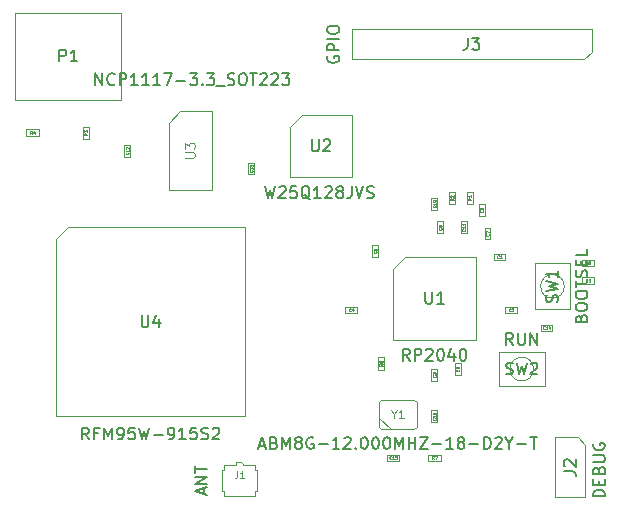
<source format=gbr>
%TF.GenerationSoftware,KiCad,Pcbnew,8.0.4*%
%TF.CreationDate,2024-07-31T14:07:18-04:00*%
%TF.ProjectId,board,626f6172-642e-46b6-9963-61645f706362,rev?*%
%TF.SameCoordinates,Original*%
%TF.FileFunction,AssemblyDrawing,Top*%
%FSLAX46Y46*%
G04 Gerber Fmt 4.6, Leading zero omitted, Abs format (unit mm)*
G04 Created by KiCad (PCBNEW 8.0.4) date 2024-07-31 14:07:18*
%MOMM*%
%LPD*%
G01*
G04 APERTURE LIST*
%ADD10C,0.150000*%
%ADD11C,0.105000*%
%ADD12C,0.120000*%
%ADD13C,0.040000*%
%ADD14C,0.090000*%
%ADD15C,0.100000*%
G04 APERTURE END LIST*
D10*
X62992438Y-29499999D02*
X62944819Y-29595237D01*
X62944819Y-29595237D02*
X62944819Y-29738094D01*
X62944819Y-29738094D02*
X62992438Y-29880951D01*
X62992438Y-29880951D02*
X63087676Y-29976189D01*
X63087676Y-29976189D02*
X63182914Y-30023808D01*
X63182914Y-30023808D02*
X63373390Y-30071427D01*
X63373390Y-30071427D02*
X63516247Y-30071427D01*
X63516247Y-30071427D02*
X63706723Y-30023808D01*
X63706723Y-30023808D02*
X63801961Y-29976189D01*
X63801961Y-29976189D02*
X63897200Y-29880951D01*
X63897200Y-29880951D02*
X63944819Y-29738094D01*
X63944819Y-29738094D02*
X63944819Y-29642856D01*
X63944819Y-29642856D02*
X63897200Y-29499999D01*
X63897200Y-29499999D02*
X63849580Y-29452380D01*
X63849580Y-29452380D02*
X63516247Y-29452380D01*
X63516247Y-29452380D02*
X63516247Y-29642856D01*
X63944819Y-29023808D02*
X62944819Y-29023808D01*
X62944819Y-29023808D02*
X62944819Y-28642856D01*
X62944819Y-28642856D02*
X62992438Y-28547618D01*
X62992438Y-28547618D02*
X63040057Y-28499999D01*
X63040057Y-28499999D02*
X63135295Y-28452380D01*
X63135295Y-28452380D02*
X63278152Y-28452380D01*
X63278152Y-28452380D02*
X63373390Y-28499999D01*
X63373390Y-28499999D02*
X63421009Y-28547618D01*
X63421009Y-28547618D02*
X63468628Y-28642856D01*
X63468628Y-28642856D02*
X63468628Y-29023808D01*
X63944819Y-28023808D02*
X62944819Y-28023808D01*
X62944819Y-27357142D02*
X62944819Y-27166666D01*
X62944819Y-27166666D02*
X62992438Y-27071428D01*
X62992438Y-27071428D02*
X63087676Y-26976190D01*
X63087676Y-26976190D02*
X63278152Y-26928571D01*
X63278152Y-26928571D02*
X63611485Y-26928571D01*
X63611485Y-26928571D02*
X63801961Y-26976190D01*
X63801961Y-26976190D02*
X63897200Y-27071428D01*
X63897200Y-27071428D02*
X63944819Y-27166666D01*
X63944819Y-27166666D02*
X63944819Y-27357142D01*
X63944819Y-27357142D02*
X63897200Y-27452380D01*
X63897200Y-27452380D02*
X63801961Y-27547618D01*
X63801961Y-27547618D02*
X63611485Y-27595237D01*
X63611485Y-27595237D02*
X63278152Y-27595237D01*
X63278152Y-27595237D02*
X63087676Y-27547618D01*
X63087676Y-27547618D02*
X62992438Y-27452380D01*
X62992438Y-27452380D02*
X62944819Y-27357142D01*
X74816666Y-27954819D02*
X74816666Y-28669104D01*
X74816666Y-28669104D02*
X74769047Y-28811961D01*
X74769047Y-28811961D02*
X74673809Y-28907200D01*
X74673809Y-28907200D02*
X74530952Y-28954819D01*
X74530952Y-28954819D02*
X74435714Y-28954819D01*
X75197619Y-27954819D02*
X75816666Y-27954819D01*
X75816666Y-27954819D02*
X75483333Y-28335771D01*
X75483333Y-28335771D02*
X75626190Y-28335771D01*
X75626190Y-28335771D02*
X75721428Y-28383390D01*
X75721428Y-28383390D02*
X75769047Y-28431009D01*
X75769047Y-28431009D02*
X75816666Y-28526247D01*
X75816666Y-28526247D02*
X75816666Y-28764342D01*
X75816666Y-28764342D02*
X75769047Y-28859580D01*
X75769047Y-28859580D02*
X75721428Y-28907200D01*
X75721428Y-28907200D02*
X75626190Y-28954819D01*
X75626190Y-28954819D02*
X75340476Y-28954819D01*
X75340476Y-28954819D02*
X75245238Y-28907200D01*
X75245238Y-28907200D02*
X75197619Y-28859580D01*
X57209524Y-62469104D02*
X57685714Y-62469104D01*
X57114286Y-62754819D02*
X57447619Y-61754819D01*
X57447619Y-61754819D02*
X57780952Y-62754819D01*
X58447619Y-62231009D02*
X58590476Y-62278628D01*
X58590476Y-62278628D02*
X58638095Y-62326247D01*
X58638095Y-62326247D02*
X58685714Y-62421485D01*
X58685714Y-62421485D02*
X58685714Y-62564342D01*
X58685714Y-62564342D02*
X58638095Y-62659580D01*
X58638095Y-62659580D02*
X58590476Y-62707200D01*
X58590476Y-62707200D02*
X58495238Y-62754819D01*
X58495238Y-62754819D02*
X58114286Y-62754819D01*
X58114286Y-62754819D02*
X58114286Y-61754819D01*
X58114286Y-61754819D02*
X58447619Y-61754819D01*
X58447619Y-61754819D02*
X58542857Y-61802438D01*
X58542857Y-61802438D02*
X58590476Y-61850057D01*
X58590476Y-61850057D02*
X58638095Y-61945295D01*
X58638095Y-61945295D02*
X58638095Y-62040533D01*
X58638095Y-62040533D02*
X58590476Y-62135771D01*
X58590476Y-62135771D02*
X58542857Y-62183390D01*
X58542857Y-62183390D02*
X58447619Y-62231009D01*
X58447619Y-62231009D02*
X58114286Y-62231009D01*
X59114286Y-62754819D02*
X59114286Y-61754819D01*
X59114286Y-61754819D02*
X59447619Y-62469104D01*
X59447619Y-62469104D02*
X59780952Y-61754819D01*
X59780952Y-61754819D02*
X59780952Y-62754819D01*
X60400000Y-62183390D02*
X60304762Y-62135771D01*
X60304762Y-62135771D02*
X60257143Y-62088152D01*
X60257143Y-62088152D02*
X60209524Y-61992914D01*
X60209524Y-61992914D02*
X60209524Y-61945295D01*
X60209524Y-61945295D02*
X60257143Y-61850057D01*
X60257143Y-61850057D02*
X60304762Y-61802438D01*
X60304762Y-61802438D02*
X60400000Y-61754819D01*
X60400000Y-61754819D02*
X60590476Y-61754819D01*
X60590476Y-61754819D02*
X60685714Y-61802438D01*
X60685714Y-61802438D02*
X60733333Y-61850057D01*
X60733333Y-61850057D02*
X60780952Y-61945295D01*
X60780952Y-61945295D02*
X60780952Y-61992914D01*
X60780952Y-61992914D02*
X60733333Y-62088152D01*
X60733333Y-62088152D02*
X60685714Y-62135771D01*
X60685714Y-62135771D02*
X60590476Y-62183390D01*
X60590476Y-62183390D02*
X60400000Y-62183390D01*
X60400000Y-62183390D02*
X60304762Y-62231009D01*
X60304762Y-62231009D02*
X60257143Y-62278628D01*
X60257143Y-62278628D02*
X60209524Y-62373866D01*
X60209524Y-62373866D02*
X60209524Y-62564342D01*
X60209524Y-62564342D02*
X60257143Y-62659580D01*
X60257143Y-62659580D02*
X60304762Y-62707200D01*
X60304762Y-62707200D02*
X60400000Y-62754819D01*
X60400000Y-62754819D02*
X60590476Y-62754819D01*
X60590476Y-62754819D02*
X60685714Y-62707200D01*
X60685714Y-62707200D02*
X60733333Y-62659580D01*
X60733333Y-62659580D02*
X60780952Y-62564342D01*
X60780952Y-62564342D02*
X60780952Y-62373866D01*
X60780952Y-62373866D02*
X60733333Y-62278628D01*
X60733333Y-62278628D02*
X60685714Y-62231009D01*
X60685714Y-62231009D02*
X60590476Y-62183390D01*
X61733333Y-61802438D02*
X61638095Y-61754819D01*
X61638095Y-61754819D02*
X61495238Y-61754819D01*
X61495238Y-61754819D02*
X61352381Y-61802438D01*
X61352381Y-61802438D02*
X61257143Y-61897676D01*
X61257143Y-61897676D02*
X61209524Y-61992914D01*
X61209524Y-61992914D02*
X61161905Y-62183390D01*
X61161905Y-62183390D02*
X61161905Y-62326247D01*
X61161905Y-62326247D02*
X61209524Y-62516723D01*
X61209524Y-62516723D02*
X61257143Y-62611961D01*
X61257143Y-62611961D02*
X61352381Y-62707200D01*
X61352381Y-62707200D02*
X61495238Y-62754819D01*
X61495238Y-62754819D02*
X61590476Y-62754819D01*
X61590476Y-62754819D02*
X61733333Y-62707200D01*
X61733333Y-62707200D02*
X61780952Y-62659580D01*
X61780952Y-62659580D02*
X61780952Y-62326247D01*
X61780952Y-62326247D02*
X61590476Y-62326247D01*
X62209524Y-62373866D02*
X62971429Y-62373866D01*
X63971428Y-62754819D02*
X63400000Y-62754819D01*
X63685714Y-62754819D02*
X63685714Y-61754819D01*
X63685714Y-61754819D02*
X63590476Y-61897676D01*
X63590476Y-61897676D02*
X63495238Y-61992914D01*
X63495238Y-61992914D02*
X63400000Y-62040533D01*
X64352381Y-61850057D02*
X64400000Y-61802438D01*
X64400000Y-61802438D02*
X64495238Y-61754819D01*
X64495238Y-61754819D02*
X64733333Y-61754819D01*
X64733333Y-61754819D02*
X64828571Y-61802438D01*
X64828571Y-61802438D02*
X64876190Y-61850057D01*
X64876190Y-61850057D02*
X64923809Y-61945295D01*
X64923809Y-61945295D02*
X64923809Y-62040533D01*
X64923809Y-62040533D02*
X64876190Y-62183390D01*
X64876190Y-62183390D02*
X64304762Y-62754819D01*
X64304762Y-62754819D02*
X64923809Y-62754819D01*
X65352381Y-62659580D02*
X65400000Y-62707200D01*
X65400000Y-62707200D02*
X65352381Y-62754819D01*
X65352381Y-62754819D02*
X65304762Y-62707200D01*
X65304762Y-62707200D02*
X65352381Y-62659580D01*
X65352381Y-62659580D02*
X65352381Y-62754819D01*
X66019047Y-61754819D02*
X66114285Y-61754819D01*
X66114285Y-61754819D02*
X66209523Y-61802438D01*
X66209523Y-61802438D02*
X66257142Y-61850057D01*
X66257142Y-61850057D02*
X66304761Y-61945295D01*
X66304761Y-61945295D02*
X66352380Y-62135771D01*
X66352380Y-62135771D02*
X66352380Y-62373866D01*
X66352380Y-62373866D02*
X66304761Y-62564342D01*
X66304761Y-62564342D02*
X66257142Y-62659580D01*
X66257142Y-62659580D02*
X66209523Y-62707200D01*
X66209523Y-62707200D02*
X66114285Y-62754819D01*
X66114285Y-62754819D02*
X66019047Y-62754819D01*
X66019047Y-62754819D02*
X65923809Y-62707200D01*
X65923809Y-62707200D02*
X65876190Y-62659580D01*
X65876190Y-62659580D02*
X65828571Y-62564342D01*
X65828571Y-62564342D02*
X65780952Y-62373866D01*
X65780952Y-62373866D02*
X65780952Y-62135771D01*
X65780952Y-62135771D02*
X65828571Y-61945295D01*
X65828571Y-61945295D02*
X65876190Y-61850057D01*
X65876190Y-61850057D02*
X65923809Y-61802438D01*
X65923809Y-61802438D02*
X66019047Y-61754819D01*
X66971428Y-61754819D02*
X67066666Y-61754819D01*
X67066666Y-61754819D02*
X67161904Y-61802438D01*
X67161904Y-61802438D02*
X67209523Y-61850057D01*
X67209523Y-61850057D02*
X67257142Y-61945295D01*
X67257142Y-61945295D02*
X67304761Y-62135771D01*
X67304761Y-62135771D02*
X67304761Y-62373866D01*
X67304761Y-62373866D02*
X67257142Y-62564342D01*
X67257142Y-62564342D02*
X67209523Y-62659580D01*
X67209523Y-62659580D02*
X67161904Y-62707200D01*
X67161904Y-62707200D02*
X67066666Y-62754819D01*
X67066666Y-62754819D02*
X66971428Y-62754819D01*
X66971428Y-62754819D02*
X66876190Y-62707200D01*
X66876190Y-62707200D02*
X66828571Y-62659580D01*
X66828571Y-62659580D02*
X66780952Y-62564342D01*
X66780952Y-62564342D02*
X66733333Y-62373866D01*
X66733333Y-62373866D02*
X66733333Y-62135771D01*
X66733333Y-62135771D02*
X66780952Y-61945295D01*
X66780952Y-61945295D02*
X66828571Y-61850057D01*
X66828571Y-61850057D02*
X66876190Y-61802438D01*
X66876190Y-61802438D02*
X66971428Y-61754819D01*
X67923809Y-61754819D02*
X68019047Y-61754819D01*
X68019047Y-61754819D02*
X68114285Y-61802438D01*
X68114285Y-61802438D02*
X68161904Y-61850057D01*
X68161904Y-61850057D02*
X68209523Y-61945295D01*
X68209523Y-61945295D02*
X68257142Y-62135771D01*
X68257142Y-62135771D02*
X68257142Y-62373866D01*
X68257142Y-62373866D02*
X68209523Y-62564342D01*
X68209523Y-62564342D02*
X68161904Y-62659580D01*
X68161904Y-62659580D02*
X68114285Y-62707200D01*
X68114285Y-62707200D02*
X68019047Y-62754819D01*
X68019047Y-62754819D02*
X67923809Y-62754819D01*
X67923809Y-62754819D02*
X67828571Y-62707200D01*
X67828571Y-62707200D02*
X67780952Y-62659580D01*
X67780952Y-62659580D02*
X67733333Y-62564342D01*
X67733333Y-62564342D02*
X67685714Y-62373866D01*
X67685714Y-62373866D02*
X67685714Y-62135771D01*
X67685714Y-62135771D02*
X67733333Y-61945295D01*
X67733333Y-61945295D02*
X67780952Y-61850057D01*
X67780952Y-61850057D02*
X67828571Y-61802438D01*
X67828571Y-61802438D02*
X67923809Y-61754819D01*
X68685714Y-62754819D02*
X68685714Y-61754819D01*
X68685714Y-61754819D02*
X69019047Y-62469104D01*
X69019047Y-62469104D02*
X69352380Y-61754819D01*
X69352380Y-61754819D02*
X69352380Y-62754819D01*
X69828571Y-62754819D02*
X69828571Y-61754819D01*
X69828571Y-62231009D02*
X70399999Y-62231009D01*
X70399999Y-62754819D02*
X70399999Y-61754819D01*
X70780952Y-61754819D02*
X71447618Y-61754819D01*
X71447618Y-61754819D02*
X70780952Y-62754819D01*
X70780952Y-62754819D02*
X71447618Y-62754819D01*
X71828571Y-62373866D02*
X72590476Y-62373866D01*
X73590475Y-62754819D02*
X73019047Y-62754819D01*
X73304761Y-62754819D02*
X73304761Y-61754819D01*
X73304761Y-61754819D02*
X73209523Y-61897676D01*
X73209523Y-61897676D02*
X73114285Y-61992914D01*
X73114285Y-61992914D02*
X73019047Y-62040533D01*
X74161904Y-62183390D02*
X74066666Y-62135771D01*
X74066666Y-62135771D02*
X74019047Y-62088152D01*
X74019047Y-62088152D02*
X73971428Y-61992914D01*
X73971428Y-61992914D02*
X73971428Y-61945295D01*
X73971428Y-61945295D02*
X74019047Y-61850057D01*
X74019047Y-61850057D02*
X74066666Y-61802438D01*
X74066666Y-61802438D02*
X74161904Y-61754819D01*
X74161904Y-61754819D02*
X74352380Y-61754819D01*
X74352380Y-61754819D02*
X74447618Y-61802438D01*
X74447618Y-61802438D02*
X74495237Y-61850057D01*
X74495237Y-61850057D02*
X74542856Y-61945295D01*
X74542856Y-61945295D02*
X74542856Y-61992914D01*
X74542856Y-61992914D02*
X74495237Y-62088152D01*
X74495237Y-62088152D02*
X74447618Y-62135771D01*
X74447618Y-62135771D02*
X74352380Y-62183390D01*
X74352380Y-62183390D02*
X74161904Y-62183390D01*
X74161904Y-62183390D02*
X74066666Y-62231009D01*
X74066666Y-62231009D02*
X74019047Y-62278628D01*
X74019047Y-62278628D02*
X73971428Y-62373866D01*
X73971428Y-62373866D02*
X73971428Y-62564342D01*
X73971428Y-62564342D02*
X74019047Y-62659580D01*
X74019047Y-62659580D02*
X74066666Y-62707200D01*
X74066666Y-62707200D02*
X74161904Y-62754819D01*
X74161904Y-62754819D02*
X74352380Y-62754819D01*
X74352380Y-62754819D02*
X74447618Y-62707200D01*
X74447618Y-62707200D02*
X74495237Y-62659580D01*
X74495237Y-62659580D02*
X74542856Y-62564342D01*
X74542856Y-62564342D02*
X74542856Y-62373866D01*
X74542856Y-62373866D02*
X74495237Y-62278628D01*
X74495237Y-62278628D02*
X74447618Y-62231009D01*
X74447618Y-62231009D02*
X74352380Y-62183390D01*
X74971428Y-62373866D02*
X75733333Y-62373866D01*
X76209523Y-62754819D02*
X76209523Y-61754819D01*
X76209523Y-61754819D02*
X76447618Y-61754819D01*
X76447618Y-61754819D02*
X76590475Y-61802438D01*
X76590475Y-61802438D02*
X76685713Y-61897676D01*
X76685713Y-61897676D02*
X76733332Y-61992914D01*
X76733332Y-61992914D02*
X76780951Y-62183390D01*
X76780951Y-62183390D02*
X76780951Y-62326247D01*
X76780951Y-62326247D02*
X76733332Y-62516723D01*
X76733332Y-62516723D02*
X76685713Y-62611961D01*
X76685713Y-62611961D02*
X76590475Y-62707200D01*
X76590475Y-62707200D02*
X76447618Y-62754819D01*
X76447618Y-62754819D02*
X76209523Y-62754819D01*
X77161904Y-61850057D02*
X77209523Y-61802438D01*
X77209523Y-61802438D02*
X77304761Y-61754819D01*
X77304761Y-61754819D02*
X77542856Y-61754819D01*
X77542856Y-61754819D02*
X77638094Y-61802438D01*
X77638094Y-61802438D02*
X77685713Y-61850057D01*
X77685713Y-61850057D02*
X77733332Y-61945295D01*
X77733332Y-61945295D02*
X77733332Y-62040533D01*
X77733332Y-62040533D02*
X77685713Y-62183390D01*
X77685713Y-62183390D02*
X77114285Y-62754819D01*
X77114285Y-62754819D02*
X77733332Y-62754819D01*
X78352380Y-62278628D02*
X78352380Y-62754819D01*
X78019047Y-61754819D02*
X78352380Y-62278628D01*
X78352380Y-62278628D02*
X78685713Y-61754819D01*
X79019047Y-62373866D02*
X79780952Y-62373866D01*
X80114285Y-61754819D02*
X80685713Y-61754819D01*
X80399999Y-62754819D02*
X80399999Y-61754819D01*
D11*
X68566667Y-59835040D02*
X68566667Y-60168373D01*
X68333333Y-59468373D02*
X68566667Y-59835040D01*
X68566667Y-59835040D02*
X68800000Y-59468373D01*
X69400000Y-60168373D02*
X69000000Y-60168373D01*
X69200000Y-60168373D02*
X69200000Y-59468373D01*
X69200000Y-59468373D02*
X69133333Y-59568373D01*
X69133333Y-59568373D02*
X69066667Y-59635040D01*
X69066667Y-59635040D02*
X69000000Y-59668373D01*
D10*
X42760714Y-61954819D02*
X42427381Y-61478628D01*
X42189286Y-61954819D02*
X42189286Y-60954819D01*
X42189286Y-60954819D02*
X42570238Y-60954819D01*
X42570238Y-60954819D02*
X42665476Y-61002438D01*
X42665476Y-61002438D02*
X42713095Y-61050057D01*
X42713095Y-61050057D02*
X42760714Y-61145295D01*
X42760714Y-61145295D02*
X42760714Y-61288152D01*
X42760714Y-61288152D02*
X42713095Y-61383390D01*
X42713095Y-61383390D02*
X42665476Y-61431009D01*
X42665476Y-61431009D02*
X42570238Y-61478628D01*
X42570238Y-61478628D02*
X42189286Y-61478628D01*
X43522619Y-61431009D02*
X43189286Y-61431009D01*
X43189286Y-61954819D02*
X43189286Y-60954819D01*
X43189286Y-60954819D02*
X43665476Y-60954819D01*
X44046429Y-61954819D02*
X44046429Y-60954819D01*
X44046429Y-60954819D02*
X44379762Y-61669104D01*
X44379762Y-61669104D02*
X44713095Y-60954819D01*
X44713095Y-60954819D02*
X44713095Y-61954819D01*
X45236905Y-61954819D02*
X45427381Y-61954819D01*
X45427381Y-61954819D02*
X45522619Y-61907200D01*
X45522619Y-61907200D02*
X45570238Y-61859580D01*
X45570238Y-61859580D02*
X45665476Y-61716723D01*
X45665476Y-61716723D02*
X45713095Y-61526247D01*
X45713095Y-61526247D02*
X45713095Y-61145295D01*
X45713095Y-61145295D02*
X45665476Y-61050057D01*
X45665476Y-61050057D02*
X45617857Y-61002438D01*
X45617857Y-61002438D02*
X45522619Y-60954819D01*
X45522619Y-60954819D02*
X45332143Y-60954819D01*
X45332143Y-60954819D02*
X45236905Y-61002438D01*
X45236905Y-61002438D02*
X45189286Y-61050057D01*
X45189286Y-61050057D02*
X45141667Y-61145295D01*
X45141667Y-61145295D02*
X45141667Y-61383390D01*
X45141667Y-61383390D02*
X45189286Y-61478628D01*
X45189286Y-61478628D02*
X45236905Y-61526247D01*
X45236905Y-61526247D02*
X45332143Y-61573866D01*
X45332143Y-61573866D02*
X45522619Y-61573866D01*
X45522619Y-61573866D02*
X45617857Y-61526247D01*
X45617857Y-61526247D02*
X45665476Y-61478628D01*
X45665476Y-61478628D02*
X45713095Y-61383390D01*
X46617857Y-60954819D02*
X46141667Y-60954819D01*
X46141667Y-60954819D02*
X46094048Y-61431009D01*
X46094048Y-61431009D02*
X46141667Y-61383390D01*
X46141667Y-61383390D02*
X46236905Y-61335771D01*
X46236905Y-61335771D02*
X46475000Y-61335771D01*
X46475000Y-61335771D02*
X46570238Y-61383390D01*
X46570238Y-61383390D02*
X46617857Y-61431009D01*
X46617857Y-61431009D02*
X46665476Y-61526247D01*
X46665476Y-61526247D02*
X46665476Y-61764342D01*
X46665476Y-61764342D02*
X46617857Y-61859580D01*
X46617857Y-61859580D02*
X46570238Y-61907200D01*
X46570238Y-61907200D02*
X46475000Y-61954819D01*
X46475000Y-61954819D02*
X46236905Y-61954819D01*
X46236905Y-61954819D02*
X46141667Y-61907200D01*
X46141667Y-61907200D02*
X46094048Y-61859580D01*
X46998810Y-60954819D02*
X47236905Y-61954819D01*
X47236905Y-61954819D02*
X47427381Y-61240533D01*
X47427381Y-61240533D02*
X47617857Y-61954819D01*
X47617857Y-61954819D02*
X47855953Y-60954819D01*
X48236905Y-61573866D02*
X48998810Y-61573866D01*
X49522619Y-61954819D02*
X49713095Y-61954819D01*
X49713095Y-61954819D02*
X49808333Y-61907200D01*
X49808333Y-61907200D02*
X49855952Y-61859580D01*
X49855952Y-61859580D02*
X49951190Y-61716723D01*
X49951190Y-61716723D02*
X49998809Y-61526247D01*
X49998809Y-61526247D02*
X49998809Y-61145295D01*
X49998809Y-61145295D02*
X49951190Y-61050057D01*
X49951190Y-61050057D02*
X49903571Y-61002438D01*
X49903571Y-61002438D02*
X49808333Y-60954819D01*
X49808333Y-60954819D02*
X49617857Y-60954819D01*
X49617857Y-60954819D02*
X49522619Y-61002438D01*
X49522619Y-61002438D02*
X49475000Y-61050057D01*
X49475000Y-61050057D02*
X49427381Y-61145295D01*
X49427381Y-61145295D02*
X49427381Y-61383390D01*
X49427381Y-61383390D02*
X49475000Y-61478628D01*
X49475000Y-61478628D02*
X49522619Y-61526247D01*
X49522619Y-61526247D02*
X49617857Y-61573866D01*
X49617857Y-61573866D02*
X49808333Y-61573866D01*
X49808333Y-61573866D02*
X49903571Y-61526247D01*
X49903571Y-61526247D02*
X49951190Y-61478628D01*
X49951190Y-61478628D02*
X49998809Y-61383390D01*
X50951190Y-61954819D02*
X50379762Y-61954819D01*
X50665476Y-61954819D02*
X50665476Y-60954819D01*
X50665476Y-60954819D02*
X50570238Y-61097676D01*
X50570238Y-61097676D02*
X50475000Y-61192914D01*
X50475000Y-61192914D02*
X50379762Y-61240533D01*
X51855952Y-60954819D02*
X51379762Y-60954819D01*
X51379762Y-60954819D02*
X51332143Y-61431009D01*
X51332143Y-61431009D02*
X51379762Y-61383390D01*
X51379762Y-61383390D02*
X51475000Y-61335771D01*
X51475000Y-61335771D02*
X51713095Y-61335771D01*
X51713095Y-61335771D02*
X51808333Y-61383390D01*
X51808333Y-61383390D02*
X51855952Y-61431009D01*
X51855952Y-61431009D02*
X51903571Y-61526247D01*
X51903571Y-61526247D02*
X51903571Y-61764342D01*
X51903571Y-61764342D02*
X51855952Y-61859580D01*
X51855952Y-61859580D02*
X51808333Y-61907200D01*
X51808333Y-61907200D02*
X51713095Y-61954819D01*
X51713095Y-61954819D02*
X51475000Y-61954819D01*
X51475000Y-61954819D02*
X51379762Y-61907200D01*
X51379762Y-61907200D02*
X51332143Y-61859580D01*
X52284524Y-61907200D02*
X52427381Y-61954819D01*
X52427381Y-61954819D02*
X52665476Y-61954819D01*
X52665476Y-61954819D02*
X52760714Y-61907200D01*
X52760714Y-61907200D02*
X52808333Y-61859580D01*
X52808333Y-61859580D02*
X52855952Y-61764342D01*
X52855952Y-61764342D02*
X52855952Y-61669104D01*
X52855952Y-61669104D02*
X52808333Y-61573866D01*
X52808333Y-61573866D02*
X52760714Y-61526247D01*
X52760714Y-61526247D02*
X52665476Y-61478628D01*
X52665476Y-61478628D02*
X52475000Y-61431009D01*
X52475000Y-61431009D02*
X52379762Y-61383390D01*
X52379762Y-61383390D02*
X52332143Y-61335771D01*
X52332143Y-61335771D02*
X52284524Y-61240533D01*
X52284524Y-61240533D02*
X52284524Y-61145295D01*
X52284524Y-61145295D02*
X52332143Y-61050057D01*
X52332143Y-61050057D02*
X52379762Y-61002438D01*
X52379762Y-61002438D02*
X52475000Y-60954819D01*
X52475000Y-60954819D02*
X52713095Y-60954819D01*
X52713095Y-60954819D02*
X52855952Y-61002438D01*
X53236905Y-61050057D02*
X53284524Y-61002438D01*
X53284524Y-61002438D02*
X53379762Y-60954819D01*
X53379762Y-60954819D02*
X53617857Y-60954819D01*
X53617857Y-60954819D02*
X53713095Y-61002438D01*
X53713095Y-61002438D02*
X53760714Y-61050057D01*
X53760714Y-61050057D02*
X53808333Y-61145295D01*
X53808333Y-61145295D02*
X53808333Y-61240533D01*
X53808333Y-61240533D02*
X53760714Y-61383390D01*
X53760714Y-61383390D02*
X53189286Y-61954819D01*
X53189286Y-61954819D02*
X53808333Y-61954819D01*
X47213095Y-51454819D02*
X47213095Y-52264342D01*
X47213095Y-52264342D02*
X47260714Y-52359580D01*
X47260714Y-52359580D02*
X47308333Y-52407200D01*
X47308333Y-52407200D02*
X47403571Y-52454819D01*
X47403571Y-52454819D02*
X47594047Y-52454819D01*
X47594047Y-52454819D02*
X47689285Y-52407200D01*
X47689285Y-52407200D02*
X47736904Y-52359580D01*
X47736904Y-52359580D02*
X47784523Y-52264342D01*
X47784523Y-52264342D02*
X47784523Y-51454819D01*
X48689285Y-51788152D02*
X48689285Y-52454819D01*
X48451190Y-51407200D02*
X48213095Y-52121485D01*
X48213095Y-52121485D02*
X48832142Y-52121485D01*
X43309524Y-31954819D02*
X43309524Y-30954819D01*
X43309524Y-30954819D02*
X43880952Y-31954819D01*
X43880952Y-31954819D02*
X43880952Y-30954819D01*
X44928571Y-31859580D02*
X44880952Y-31907200D01*
X44880952Y-31907200D02*
X44738095Y-31954819D01*
X44738095Y-31954819D02*
X44642857Y-31954819D01*
X44642857Y-31954819D02*
X44500000Y-31907200D01*
X44500000Y-31907200D02*
X44404762Y-31811961D01*
X44404762Y-31811961D02*
X44357143Y-31716723D01*
X44357143Y-31716723D02*
X44309524Y-31526247D01*
X44309524Y-31526247D02*
X44309524Y-31383390D01*
X44309524Y-31383390D02*
X44357143Y-31192914D01*
X44357143Y-31192914D02*
X44404762Y-31097676D01*
X44404762Y-31097676D02*
X44500000Y-31002438D01*
X44500000Y-31002438D02*
X44642857Y-30954819D01*
X44642857Y-30954819D02*
X44738095Y-30954819D01*
X44738095Y-30954819D02*
X44880952Y-31002438D01*
X44880952Y-31002438D02*
X44928571Y-31050057D01*
X45357143Y-31954819D02*
X45357143Y-30954819D01*
X45357143Y-30954819D02*
X45738095Y-30954819D01*
X45738095Y-30954819D02*
X45833333Y-31002438D01*
X45833333Y-31002438D02*
X45880952Y-31050057D01*
X45880952Y-31050057D02*
X45928571Y-31145295D01*
X45928571Y-31145295D02*
X45928571Y-31288152D01*
X45928571Y-31288152D02*
X45880952Y-31383390D01*
X45880952Y-31383390D02*
X45833333Y-31431009D01*
X45833333Y-31431009D02*
X45738095Y-31478628D01*
X45738095Y-31478628D02*
X45357143Y-31478628D01*
X46880952Y-31954819D02*
X46309524Y-31954819D01*
X46595238Y-31954819D02*
X46595238Y-30954819D01*
X46595238Y-30954819D02*
X46500000Y-31097676D01*
X46500000Y-31097676D02*
X46404762Y-31192914D01*
X46404762Y-31192914D02*
X46309524Y-31240533D01*
X47833333Y-31954819D02*
X47261905Y-31954819D01*
X47547619Y-31954819D02*
X47547619Y-30954819D01*
X47547619Y-30954819D02*
X47452381Y-31097676D01*
X47452381Y-31097676D02*
X47357143Y-31192914D01*
X47357143Y-31192914D02*
X47261905Y-31240533D01*
X48785714Y-31954819D02*
X48214286Y-31954819D01*
X48500000Y-31954819D02*
X48500000Y-30954819D01*
X48500000Y-30954819D02*
X48404762Y-31097676D01*
X48404762Y-31097676D02*
X48309524Y-31192914D01*
X48309524Y-31192914D02*
X48214286Y-31240533D01*
X49119048Y-30954819D02*
X49785714Y-30954819D01*
X49785714Y-30954819D02*
X49357143Y-31954819D01*
X50166667Y-31573866D02*
X50928572Y-31573866D01*
X51309524Y-30954819D02*
X51928571Y-30954819D01*
X51928571Y-30954819D02*
X51595238Y-31335771D01*
X51595238Y-31335771D02*
X51738095Y-31335771D01*
X51738095Y-31335771D02*
X51833333Y-31383390D01*
X51833333Y-31383390D02*
X51880952Y-31431009D01*
X51880952Y-31431009D02*
X51928571Y-31526247D01*
X51928571Y-31526247D02*
X51928571Y-31764342D01*
X51928571Y-31764342D02*
X51880952Y-31859580D01*
X51880952Y-31859580D02*
X51833333Y-31907200D01*
X51833333Y-31907200D02*
X51738095Y-31954819D01*
X51738095Y-31954819D02*
X51452381Y-31954819D01*
X51452381Y-31954819D02*
X51357143Y-31907200D01*
X51357143Y-31907200D02*
X51309524Y-31859580D01*
X52357143Y-31859580D02*
X52404762Y-31907200D01*
X52404762Y-31907200D02*
X52357143Y-31954819D01*
X52357143Y-31954819D02*
X52309524Y-31907200D01*
X52309524Y-31907200D02*
X52357143Y-31859580D01*
X52357143Y-31859580D02*
X52357143Y-31954819D01*
X52738095Y-30954819D02*
X53357142Y-30954819D01*
X53357142Y-30954819D02*
X53023809Y-31335771D01*
X53023809Y-31335771D02*
X53166666Y-31335771D01*
X53166666Y-31335771D02*
X53261904Y-31383390D01*
X53261904Y-31383390D02*
X53309523Y-31431009D01*
X53309523Y-31431009D02*
X53357142Y-31526247D01*
X53357142Y-31526247D02*
X53357142Y-31764342D01*
X53357142Y-31764342D02*
X53309523Y-31859580D01*
X53309523Y-31859580D02*
X53261904Y-31907200D01*
X53261904Y-31907200D02*
X53166666Y-31954819D01*
X53166666Y-31954819D02*
X52880952Y-31954819D01*
X52880952Y-31954819D02*
X52785714Y-31907200D01*
X52785714Y-31907200D02*
X52738095Y-31859580D01*
X53547619Y-32050057D02*
X54309523Y-32050057D01*
X54500000Y-31907200D02*
X54642857Y-31954819D01*
X54642857Y-31954819D02*
X54880952Y-31954819D01*
X54880952Y-31954819D02*
X54976190Y-31907200D01*
X54976190Y-31907200D02*
X55023809Y-31859580D01*
X55023809Y-31859580D02*
X55071428Y-31764342D01*
X55071428Y-31764342D02*
X55071428Y-31669104D01*
X55071428Y-31669104D02*
X55023809Y-31573866D01*
X55023809Y-31573866D02*
X54976190Y-31526247D01*
X54976190Y-31526247D02*
X54880952Y-31478628D01*
X54880952Y-31478628D02*
X54690476Y-31431009D01*
X54690476Y-31431009D02*
X54595238Y-31383390D01*
X54595238Y-31383390D02*
X54547619Y-31335771D01*
X54547619Y-31335771D02*
X54500000Y-31240533D01*
X54500000Y-31240533D02*
X54500000Y-31145295D01*
X54500000Y-31145295D02*
X54547619Y-31050057D01*
X54547619Y-31050057D02*
X54595238Y-31002438D01*
X54595238Y-31002438D02*
X54690476Y-30954819D01*
X54690476Y-30954819D02*
X54928571Y-30954819D01*
X54928571Y-30954819D02*
X55071428Y-31002438D01*
X55690476Y-30954819D02*
X55880952Y-30954819D01*
X55880952Y-30954819D02*
X55976190Y-31002438D01*
X55976190Y-31002438D02*
X56071428Y-31097676D01*
X56071428Y-31097676D02*
X56119047Y-31288152D01*
X56119047Y-31288152D02*
X56119047Y-31621485D01*
X56119047Y-31621485D02*
X56071428Y-31811961D01*
X56071428Y-31811961D02*
X55976190Y-31907200D01*
X55976190Y-31907200D02*
X55880952Y-31954819D01*
X55880952Y-31954819D02*
X55690476Y-31954819D01*
X55690476Y-31954819D02*
X55595238Y-31907200D01*
X55595238Y-31907200D02*
X55500000Y-31811961D01*
X55500000Y-31811961D02*
X55452381Y-31621485D01*
X55452381Y-31621485D02*
X55452381Y-31288152D01*
X55452381Y-31288152D02*
X55500000Y-31097676D01*
X55500000Y-31097676D02*
X55595238Y-31002438D01*
X55595238Y-31002438D02*
X55690476Y-30954819D01*
X56404762Y-30954819D02*
X56976190Y-30954819D01*
X56690476Y-31954819D02*
X56690476Y-30954819D01*
X57261905Y-31050057D02*
X57309524Y-31002438D01*
X57309524Y-31002438D02*
X57404762Y-30954819D01*
X57404762Y-30954819D02*
X57642857Y-30954819D01*
X57642857Y-30954819D02*
X57738095Y-31002438D01*
X57738095Y-31002438D02*
X57785714Y-31050057D01*
X57785714Y-31050057D02*
X57833333Y-31145295D01*
X57833333Y-31145295D02*
X57833333Y-31240533D01*
X57833333Y-31240533D02*
X57785714Y-31383390D01*
X57785714Y-31383390D02*
X57214286Y-31954819D01*
X57214286Y-31954819D02*
X57833333Y-31954819D01*
X58214286Y-31050057D02*
X58261905Y-31002438D01*
X58261905Y-31002438D02*
X58357143Y-30954819D01*
X58357143Y-30954819D02*
X58595238Y-30954819D01*
X58595238Y-30954819D02*
X58690476Y-31002438D01*
X58690476Y-31002438D02*
X58738095Y-31050057D01*
X58738095Y-31050057D02*
X58785714Y-31145295D01*
X58785714Y-31145295D02*
X58785714Y-31240533D01*
X58785714Y-31240533D02*
X58738095Y-31383390D01*
X58738095Y-31383390D02*
X58166667Y-31954819D01*
X58166667Y-31954819D02*
X58785714Y-31954819D01*
X59119048Y-30954819D02*
X59738095Y-30954819D01*
X59738095Y-30954819D02*
X59404762Y-31335771D01*
X59404762Y-31335771D02*
X59547619Y-31335771D01*
X59547619Y-31335771D02*
X59642857Y-31383390D01*
X59642857Y-31383390D02*
X59690476Y-31431009D01*
X59690476Y-31431009D02*
X59738095Y-31526247D01*
X59738095Y-31526247D02*
X59738095Y-31764342D01*
X59738095Y-31764342D02*
X59690476Y-31859580D01*
X59690476Y-31859580D02*
X59642857Y-31907200D01*
X59642857Y-31907200D02*
X59547619Y-31954819D01*
X59547619Y-31954819D02*
X59261905Y-31954819D01*
X59261905Y-31954819D02*
X59166667Y-31907200D01*
X59166667Y-31907200D02*
X59119048Y-31859580D01*
D12*
X50913855Y-38109523D02*
X51561474Y-38109523D01*
X51561474Y-38109523D02*
X51637664Y-38071428D01*
X51637664Y-38071428D02*
X51675760Y-38033333D01*
X51675760Y-38033333D02*
X51713855Y-37957142D01*
X51713855Y-37957142D02*
X51713855Y-37804761D01*
X51713855Y-37804761D02*
X51675760Y-37728571D01*
X51675760Y-37728571D02*
X51637664Y-37690476D01*
X51637664Y-37690476D02*
X51561474Y-37652380D01*
X51561474Y-37652380D02*
X50913855Y-37652380D01*
X50913855Y-37347619D02*
X50913855Y-36852381D01*
X50913855Y-36852381D02*
X51218617Y-37119047D01*
X51218617Y-37119047D02*
X51218617Y-37004762D01*
X51218617Y-37004762D02*
X51256712Y-36928571D01*
X51256712Y-36928571D02*
X51294807Y-36890476D01*
X51294807Y-36890476D02*
X51370998Y-36852381D01*
X51370998Y-36852381D02*
X51561474Y-36852381D01*
X51561474Y-36852381D02*
X51637664Y-36890476D01*
X51637664Y-36890476D02*
X51675760Y-36928571D01*
X51675760Y-36928571D02*
X51713855Y-37004762D01*
X51713855Y-37004762D02*
X51713855Y-37233333D01*
X51713855Y-37233333D02*
X51675760Y-37309524D01*
X51675760Y-37309524D02*
X51637664Y-37347619D01*
D10*
X78661904Y-53954819D02*
X78328571Y-53478628D01*
X78090476Y-53954819D02*
X78090476Y-52954819D01*
X78090476Y-52954819D02*
X78471428Y-52954819D01*
X78471428Y-52954819D02*
X78566666Y-53002438D01*
X78566666Y-53002438D02*
X78614285Y-53050057D01*
X78614285Y-53050057D02*
X78661904Y-53145295D01*
X78661904Y-53145295D02*
X78661904Y-53288152D01*
X78661904Y-53288152D02*
X78614285Y-53383390D01*
X78614285Y-53383390D02*
X78566666Y-53431009D01*
X78566666Y-53431009D02*
X78471428Y-53478628D01*
X78471428Y-53478628D02*
X78090476Y-53478628D01*
X79090476Y-52954819D02*
X79090476Y-53764342D01*
X79090476Y-53764342D02*
X79138095Y-53859580D01*
X79138095Y-53859580D02*
X79185714Y-53907200D01*
X79185714Y-53907200D02*
X79280952Y-53954819D01*
X79280952Y-53954819D02*
X79471428Y-53954819D01*
X79471428Y-53954819D02*
X79566666Y-53907200D01*
X79566666Y-53907200D02*
X79614285Y-53859580D01*
X79614285Y-53859580D02*
X79661904Y-53764342D01*
X79661904Y-53764342D02*
X79661904Y-52954819D01*
X80138095Y-53954819D02*
X80138095Y-52954819D01*
X80138095Y-52954819D02*
X80709523Y-53954819D01*
X80709523Y-53954819D02*
X80709523Y-52954819D01*
X78066667Y-56407200D02*
X78209524Y-56454819D01*
X78209524Y-56454819D02*
X78447619Y-56454819D01*
X78447619Y-56454819D02*
X78542857Y-56407200D01*
X78542857Y-56407200D02*
X78590476Y-56359580D01*
X78590476Y-56359580D02*
X78638095Y-56264342D01*
X78638095Y-56264342D02*
X78638095Y-56169104D01*
X78638095Y-56169104D02*
X78590476Y-56073866D01*
X78590476Y-56073866D02*
X78542857Y-56026247D01*
X78542857Y-56026247D02*
X78447619Y-55978628D01*
X78447619Y-55978628D02*
X78257143Y-55931009D01*
X78257143Y-55931009D02*
X78161905Y-55883390D01*
X78161905Y-55883390D02*
X78114286Y-55835771D01*
X78114286Y-55835771D02*
X78066667Y-55740533D01*
X78066667Y-55740533D02*
X78066667Y-55645295D01*
X78066667Y-55645295D02*
X78114286Y-55550057D01*
X78114286Y-55550057D02*
X78161905Y-55502438D01*
X78161905Y-55502438D02*
X78257143Y-55454819D01*
X78257143Y-55454819D02*
X78495238Y-55454819D01*
X78495238Y-55454819D02*
X78638095Y-55502438D01*
X78971429Y-55454819D02*
X79209524Y-56454819D01*
X79209524Y-56454819D02*
X79400000Y-55740533D01*
X79400000Y-55740533D02*
X79590476Y-56454819D01*
X79590476Y-56454819D02*
X79828572Y-55454819D01*
X80161905Y-55550057D02*
X80209524Y-55502438D01*
X80209524Y-55502438D02*
X80304762Y-55454819D01*
X80304762Y-55454819D02*
X80542857Y-55454819D01*
X80542857Y-55454819D02*
X80638095Y-55502438D01*
X80638095Y-55502438D02*
X80685714Y-55550057D01*
X80685714Y-55550057D02*
X80733333Y-55645295D01*
X80733333Y-55645295D02*
X80733333Y-55740533D01*
X80733333Y-55740533D02*
X80685714Y-55883390D01*
X80685714Y-55883390D02*
X80114286Y-56454819D01*
X80114286Y-56454819D02*
X80733333Y-56454819D01*
X84431009Y-51690476D02*
X84478628Y-51547619D01*
X84478628Y-51547619D02*
X84526247Y-51500000D01*
X84526247Y-51500000D02*
X84621485Y-51452381D01*
X84621485Y-51452381D02*
X84764342Y-51452381D01*
X84764342Y-51452381D02*
X84859580Y-51500000D01*
X84859580Y-51500000D02*
X84907200Y-51547619D01*
X84907200Y-51547619D02*
X84954819Y-51642857D01*
X84954819Y-51642857D02*
X84954819Y-52023809D01*
X84954819Y-52023809D02*
X83954819Y-52023809D01*
X83954819Y-52023809D02*
X83954819Y-51690476D01*
X83954819Y-51690476D02*
X84002438Y-51595238D01*
X84002438Y-51595238D02*
X84050057Y-51547619D01*
X84050057Y-51547619D02*
X84145295Y-51500000D01*
X84145295Y-51500000D02*
X84240533Y-51500000D01*
X84240533Y-51500000D02*
X84335771Y-51547619D01*
X84335771Y-51547619D02*
X84383390Y-51595238D01*
X84383390Y-51595238D02*
X84431009Y-51690476D01*
X84431009Y-51690476D02*
X84431009Y-52023809D01*
X83954819Y-50833333D02*
X83954819Y-50642857D01*
X83954819Y-50642857D02*
X84002438Y-50547619D01*
X84002438Y-50547619D02*
X84097676Y-50452381D01*
X84097676Y-50452381D02*
X84288152Y-50404762D01*
X84288152Y-50404762D02*
X84621485Y-50404762D01*
X84621485Y-50404762D02*
X84811961Y-50452381D01*
X84811961Y-50452381D02*
X84907200Y-50547619D01*
X84907200Y-50547619D02*
X84954819Y-50642857D01*
X84954819Y-50642857D02*
X84954819Y-50833333D01*
X84954819Y-50833333D02*
X84907200Y-50928571D01*
X84907200Y-50928571D02*
X84811961Y-51023809D01*
X84811961Y-51023809D02*
X84621485Y-51071428D01*
X84621485Y-51071428D02*
X84288152Y-51071428D01*
X84288152Y-51071428D02*
X84097676Y-51023809D01*
X84097676Y-51023809D02*
X84002438Y-50928571D01*
X84002438Y-50928571D02*
X83954819Y-50833333D01*
X83954819Y-49785714D02*
X83954819Y-49595238D01*
X83954819Y-49595238D02*
X84002438Y-49500000D01*
X84002438Y-49500000D02*
X84097676Y-49404762D01*
X84097676Y-49404762D02*
X84288152Y-49357143D01*
X84288152Y-49357143D02*
X84621485Y-49357143D01*
X84621485Y-49357143D02*
X84811961Y-49404762D01*
X84811961Y-49404762D02*
X84907200Y-49500000D01*
X84907200Y-49500000D02*
X84954819Y-49595238D01*
X84954819Y-49595238D02*
X84954819Y-49785714D01*
X84954819Y-49785714D02*
X84907200Y-49880952D01*
X84907200Y-49880952D02*
X84811961Y-49976190D01*
X84811961Y-49976190D02*
X84621485Y-50023809D01*
X84621485Y-50023809D02*
X84288152Y-50023809D01*
X84288152Y-50023809D02*
X84097676Y-49976190D01*
X84097676Y-49976190D02*
X84002438Y-49880952D01*
X84002438Y-49880952D02*
X83954819Y-49785714D01*
X83954819Y-49071428D02*
X83954819Y-48500000D01*
X84954819Y-48785714D02*
X83954819Y-48785714D01*
X84907200Y-48214285D02*
X84954819Y-48071428D01*
X84954819Y-48071428D02*
X84954819Y-47833333D01*
X84954819Y-47833333D02*
X84907200Y-47738095D01*
X84907200Y-47738095D02*
X84859580Y-47690476D01*
X84859580Y-47690476D02*
X84764342Y-47642857D01*
X84764342Y-47642857D02*
X84669104Y-47642857D01*
X84669104Y-47642857D02*
X84573866Y-47690476D01*
X84573866Y-47690476D02*
X84526247Y-47738095D01*
X84526247Y-47738095D02*
X84478628Y-47833333D01*
X84478628Y-47833333D02*
X84431009Y-48023809D01*
X84431009Y-48023809D02*
X84383390Y-48119047D01*
X84383390Y-48119047D02*
X84335771Y-48166666D01*
X84335771Y-48166666D02*
X84240533Y-48214285D01*
X84240533Y-48214285D02*
X84145295Y-48214285D01*
X84145295Y-48214285D02*
X84050057Y-48166666D01*
X84050057Y-48166666D02*
X84002438Y-48119047D01*
X84002438Y-48119047D02*
X83954819Y-48023809D01*
X83954819Y-48023809D02*
X83954819Y-47785714D01*
X83954819Y-47785714D02*
X84002438Y-47642857D01*
X84431009Y-47214285D02*
X84431009Y-46880952D01*
X84954819Y-46738095D02*
X84954819Y-47214285D01*
X84954819Y-47214285D02*
X83954819Y-47214285D01*
X83954819Y-47214285D02*
X83954819Y-46738095D01*
X84954819Y-45833333D02*
X84954819Y-46309523D01*
X84954819Y-46309523D02*
X83954819Y-46309523D01*
X82407200Y-50333332D02*
X82454819Y-50190475D01*
X82454819Y-50190475D02*
X82454819Y-49952380D01*
X82454819Y-49952380D02*
X82407200Y-49857142D01*
X82407200Y-49857142D02*
X82359580Y-49809523D01*
X82359580Y-49809523D02*
X82264342Y-49761904D01*
X82264342Y-49761904D02*
X82169104Y-49761904D01*
X82169104Y-49761904D02*
X82073866Y-49809523D01*
X82073866Y-49809523D02*
X82026247Y-49857142D01*
X82026247Y-49857142D02*
X81978628Y-49952380D01*
X81978628Y-49952380D02*
X81931009Y-50142856D01*
X81931009Y-50142856D02*
X81883390Y-50238094D01*
X81883390Y-50238094D02*
X81835771Y-50285713D01*
X81835771Y-50285713D02*
X81740533Y-50333332D01*
X81740533Y-50333332D02*
X81645295Y-50333332D01*
X81645295Y-50333332D02*
X81550057Y-50285713D01*
X81550057Y-50285713D02*
X81502438Y-50238094D01*
X81502438Y-50238094D02*
X81454819Y-50142856D01*
X81454819Y-50142856D02*
X81454819Y-49904761D01*
X81454819Y-49904761D02*
X81502438Y-49761904D01*
X81454819Y-49428570D02*
X82454819Y-49190475D01*
X82454819Y-49190475D02*
X81740533Y-48999999D01*
X81740533Y-48999999D02*
X82454819Y-48809523D01*
X82454819Y-48809523D02*
X81454819Y-48571428D01*
X82454819Y-47666666D02*
X82454819Y-48238094D01*
X82454819Y-47952380D02*
X81454819Y-47952380D01*
X81454819Y-47952380D02*
X81597676Y-48047618D01*
X81597676Y-48047618D02*
X81692914Y-48142856D01*
X81692914Y-48142856D02*
X81740533Y-48238094D01*
D13*
X67618200Y-55553332D02*
X67494391Y-55639999D01*
X67618200Y-55701904D02*
X67358200Y-55701904D01*
X67358200Y-55701904D02*
X67358200Y-55602856D01*
X67358200Y-55602856D02*
X67370581Y-55578094D01*
X67370581Y-55578094D02*
X67382962Y-55565713D01*
X67382962Y-55565713D02*
X67407724Y-55553332D01*
X67407724Y-55553332D02*
X67444867Y-55553332D01*
X67444867Y-55553332D02*
X67469629Y-55565713D01*
X67469629Y-55565713D02*
X67482010Y-55578094D01*
X67482010Y-55578094D02*
X67494391Y-55602856D01*
X67494391Y-55602856D02*
X67494391Y-55701904D01*
X67469629Y-55404761D02*
X67457248Y-55429523D01*
X67457248Y-55429523D02*
X67444867Y-55441904D01*
X67444867Y-55441904D02*
X67420105Y-55454285D01*
X67420105Y-55454285D02*
X67407724Y-55454285D01*
X67407724Y-55454285D02*
X67382962Y-55441904D01*
X67382962Y-55441904D02*
X67370581Y-55429523D01*
X67370581Y-55429523D02*
X67358200Y-55404761D01*
X67358200Y-55404761D02*
X67358200Y-55355237D01*
X67358200Y-55355237D02*
X67370581Y-55330475D01*
X67370581Y-55330475D02*
X67382962Y-55318094D01*
X67382962Y-55318094D02*
X67407724Y-55305713D01*
X67407724Y-55305713D02*
X67420105Y-55305713D01*
X67420105Y-55305713D02*
X67444867Y-55318094D01*
X67444867Y-55318094D02*
X67457248Y-55330475D01*
X67457248Y-55330475D02*
X67469629Y-55355237D01*
X67469629Y-55355237D02*
X67469629Y-55404761D01*
X67469629Y-55404761D02*
X67482010Y-55429523D01*
X67482010Y-55429523D02*
X67494391Y-55441904D01*
X67494391Y-55441904D02*
X67519153Y-55454285D01*
X67519153Y-55454285D02*
X67568677Y-55454285D01*
X67568677Y-55454285D02*
X67593439Y-55441904D01*
X67593439Y-55441904D02*
X67605820Y-55429523D01*
X67605820Y-55429523D02*
X67618200Y-55404761D01*
X67618200Y-55404761D02*
X67618200Y-55355237D01*
X67618200Y-55355237D02*
X67605820Y-55330475D01*
X67605820Y-55330475D02*
X67593439Y-55318094D01*
X67593439Y-55318094D02*
X67568677Y-55305713D01*
X67568677Y-55305713D02*
X67519153Y-55305713D01*
X67519153Y-55305713D02*
X67494391Y-55318094D01*
X67494391Y-55318094D02*
X67482010Y-55330475D01*
X67482010Y-55330475D02*
X67469629Y-55355237D01*
X71966667Y-63618200D02*
X71880000Y-63494391D01*
X71818095Y-63618200D02*
X71818095Y-63358200D01*
X71818095Y-63358200D02*
X71917143Y-63358200D01*
X71917143Y-63358200D02*
X71941905Y-63370581D01*
X71941905Y-63370581D02*
X71954286Y-63382962D01*
X71954286Y-63382962D02*
X71966667Y-63407724D01*
X71966667Y-63407724D02*
X71966667Y-63444867D01*
X71966667Y-63444867D02*
X71954286Y-63469629D01*
X71954286Y-63469629D02*
X71941905Y-63482010D01*
X71941905Y-63482010D02*
X71917143Y-63494391D01*
X71917143Y-63494391D02*
X71818095Y-63494391D01*
X72053333Y-63358200D02*
X72226667Y-63358200D01*
X72226667Y-63358200D02*
X72115238Y-63618200D01*
X84946667Y-47118200D02*
X84860000Y-46994391D01*
X84798095Y-47118200D02*
X84798095Y-46858200D01*
X84798095Y-46858200D02*
X84897143Y-46858200D01*
X84897143Y-46858200D02*
X84921905Y-46870581D01*
X84921905Y-46870581D02*
X84934286Y-46882962D01*
X84934286Y-46882962D02*
X84946667Y-46907724D01*
X84946667Y-46907724D02*
X84946667Y-46944867D01*
X84946667Y-46944867D02*
X84934286Y-46969629D01*
X84934286Y-46969629D02*
X84921905Y-46982010D01*
X84921905Y-46982010D02*
X84897143Y-46994391D01*
X84897143Y-46994391D02*
X84798095Y-46994391D01*
X85169524Y-46858200D02*
X85120000Y-46858200D01*
X85120000Y-46858200D02*
X85095238Y-46870581D01*
X85095238Y-46870581D02*
X85082857Y-46882962D01*
X85082857Y-46882962D02*
X85058095Y-46920105D01*
X85058095Y-46920105D02*
X85045714Y-46969629D01*
X85045714Y-46969629D02*
X85045714Y-47068677D01*
X85045714Y-47068677D02*
X85058095Y-47093439D01*
X85058095Y-47093439D02*
X85070476Y-47105820D01*
X85070476Y-47105820D02*
X85095238Y-47118200D01*
X85095238Y-47118200D02*
X85144762Y-47118200D01*
X85144762Y-47118200D02*
X85169524Y-47105820D01*
X85169524Y-47105820D02*
X85181905Y-47093439D01*
X85181905Y-47093439D02*
X85194286Y-47068677D01*
X85194286Y-47068677D02*
X85194286Y-47006772D01*
X85194286Y-47006772D02*
X85181905Y-46982010D01*
X85181905Y-46982010D02*
X85169524Y-46969629D01*
X85169524Y-46969629D02*
X85144762Y-46957248D01*
X85144762Y-46957248D02*
X85095238Y-46957248D01*
X85095238Y-46957248D02*
X85070476Y-46969629D01*
X85070476Y-46969629D02*
X85058095Y-46982010D01*
X85058095Y-46982010D02*
X85045714Y-47006772D01*
X84956667Y-48618200D02*
X84870000Y-48494391D01*
X84808095Y-48618200D02*
X84808095Y-48358200D01*
X84808095Y-48358200D02*
X84907143Y-48358200D01*
X84907143Y-48358200D02*
X84931905Y-48370581D01*
X84931905Y-48370581D02*
X84944286Y-48382962D01*
X84944286Y-48382962D02*
X84956667Y-48407724D01*
X84956667Y-48407724D02*
X84956667Y-48444867D01*
X84956667Y-48444867D02*
X84944286Y-48469629D01*
X84944286Y-48469629D02*
X84931905Y-48482010D01*
X84931905Y-48482010D02*
X84907143Y-48494391D01*
X84907143Y-48494391D02*
X84808095Y-48494391D01*
X85191905Y-48358200D02*
X85068095Y-48358200D01*
X85068095Y-48358200D02*
X85055714Y-48482010D01*
X85055714Y-48482010D02*
X85068095Y-48469629D01*
X85068095Y-48469629D02*
X85092857Y-48457248D01*
X85092857Y-48457248D02*
X85154762Y-48457248D01*
X85154762Y-48457248D02*
X85179524Y-48469629D01*
X85179524Y-48469629D02*
X85191905Y-48482010D01*
X85191905Y-48482010D02*
X85204286Y-48506772D01*
X85204286Y-48506772D02*
X85204286Y-48568677D01*
X85204286Y-48568677D02*
X85191905Y-48593439D01*
X85191905Y-48593439D02*
X85179524Y-48605820D01*
X85179524Y-48605820D02*
X85154762Y-48618200D01*
X85154762Y-48618200D02*
X85092857Y-48618200D01*
X85092857Y-48618200D02*
X85068095Y-48605820D01*
X85068095Y-48605820D02*
X85055714Y-48593439D01*
D10*
X86454819Y-66778094D02*
X85454819Y-66778094D01*
X85454819Y-66778094D02*
X85454819Y-66539999D01*
X85454819Y-66539999D02*
X85502438Y-66397142D01*
X85502438Y-66397142D02*
X85597676Y-66301904D01*
X85597676Y-66301904D02*
X85692914Y-66254285D01*
X85692914Y-66254285D02*
X85883390Y-66206666D01*
X85883390Y-66206666D02*
X86026247Y-66206666D01*
X86026247Y-66206666D02*
X86216723Y-66254285D01*
X86216723Y-66254285D02*
X86311961Y-66301904D01*
X86311961Y-66301904D02*
X86407200Y-66397142D01*
X86407200Y-66397142D02*
X86454819Y-66539999D01*
X86454819Y-66539999D02*
X86454819Y-66778094D01*
X85931009Y-65778094D02*
X85931009Y-65444761D01*
X86454819Y-65301904D02*
X86454819Y-65778094D01*
X86454819Y-65778094D02*
X85454819Y-65778094D01*
X85454819Y-65778094D02*
X85454819Y-65301904D01*
X85931009Y-64539999D02*
X85978628Y-64397142D01*
X85978628Y-64397142D02*
X86026247Y-64349523D01*
X86026247Y-64349523D02*
X86121485Y-64301904D01*
X86121485Y-64301904D02*
X86264342Y-64301904D01*
X86264342Y-64301904D02*
X86359580Y-64349523D01*
X86359580Y-64349523D02*
X86407200Y-64397142D01*
X86407200Y-64397142D02*
X86454819Y-64492380D01*
X86454819Y-64492380D02*
X86454819Y-64873332D01*
X86454819Y-64873332D02*
X85454819Y-64873332D01*
X85454819Y-64873332D02*
X85454819Y-64539999D01*
X85454819Y-64539999D02*
X85502438Y-64444761D01*
X85502438Y-64444761D02*
X85550057Y-64397142D01*
X85550057Y-64397142D02*
X85645295Y-64349523D01*
X85645295Y-64349523D02*
X85740533Y-64349523D01*
X85740533Y-64349523D02*
X85835771Y-64397142D01*
X85835771Y-64397142D02*
X85883390Y-64444761D01*
X85883390Y-64444761D02*
X85931009Y-64539999D01*
X85931009Y-64539999D02*
X85931009Y-64873332D01*
X85454819Y-63873332D02*
X86264342Y-63873332D01*
X86264342Y-63873332D02*
X86359580Y-63825713D01*
X86359580Y-63825713D02*
X86407200Y-63778094D01*
X86407200Y-63778094D02*
X86454819Y-63682856D01*
X86454819Y-63682856D02*
X86454819Y-63492380D01*
X86454819Y-63492380D02*
X86407200Y-63397142D01*
X86407200Y-63397142D02*
X86359580Y-63349523D01*
X86359580Y-63349523D02*
X86264342Y-63301904D01*
X86264342Y-63301904D02*
X85454819Y-63301904D01*
X85502438Y-62301904D02*
X85454819Y-62397142D01*
X85454819Y-62397142D02*
X85454819Y-62539999D01*
X85454819Y-62539999D02*
X85502438Y-62682856D01*
X85502438Y-62682856D02*
X85597676Y-62778094D01*
X85597676Y-62778094D02*
X85692914Y-62825713D01*
X85692914Y-62825713D02*
X85883390Y-62873332D01*
X85883390Y-62873332D02*
X86026247Y-62873332D01*
X86026247Y-62873332D02*
X86216723Y-62825713D01*
X86216723Y-62825713D02*
X86311961Y-62778094D01*
X86311961Y-62778094D02*
X86407200Y-62682856D01*
X86407200Y-62682856D02*
X86454819Y-62539999D01*
X86454819Y-62539999D02*
X86454819Y-62444761D01*
X86454819Y-62444761D02*
X86407200Y-62301904D01*
X86407200Y-62301904D02*
X86359580Y-62254285D01*
X86359580Y-62254285D02*
X86026247Y-62254285D01*
X86026247Y-62254285D02*
X86026247Y-62444761D01*
X82954819Y-64643333D02*
X83669104Y-64643333D01*
X83669104Y-64643333D02*
X83811961Y-64690952D01*
X83811961Y-64690952D02*
X83907200Y-64786190D01*
X83907200Y-64786190D02*
X83954819Y-64929047D01*
X83954819Y-64929047D02*
X83954819Y-65024285D01*
X83050057Y-64214761D02*
X83002438Y-64167142D01*
X83002438Y-64167142D02*
X82954819Y-64071904D01*
X82954819Y-64071904D02*
X82954819Y-63833809D01*
X82954819Y-63833809D02*
X83002438Y-63738571D01*
X83002438Y-63738571D02*
X83050057Y-63690952D01*
X83050057Y-63690952D02*
X83145295Y-63643333D01*
X83145295Y-63643333D02*
X83240533Y-63643333D01*
X83240533Y-63643333D02*
X83383390Y-63690952D01*
X83383390Y-63690952D02*
X83954819Y-64262380D01*
X83954819Y-64262380D02*
X83954819Y-63643333D01*
X52494104Y-66592856D02*
X52494104Y-66116666D01*
X52779819Y-66688094D02*
X51779819Y-66354761D01*
X51779819Y-66354761D02*
X52779819Y-66021428D01*
X52779819Y-65688094D02*
X51779819Y-65688094D01*
X51779819Y-65688094D02*
X52779819Y-65116666D01*
X52779819Y-65116666D02*
X51779819Y-65116666D01*
X51779819Y-64783332D02*
X51779819Y-64211904D01*
X52779819Y-64497618D02*
X51779819Y-64497618D01*
D14*
X55324999Y-64647891D02*
X55324999Y-65076462D01*
X55324999Y-65076462D02*
X55296428Y-65162177D01*
X55296428Y-65162177D02*
X55239285Y-65219320D01*
X55239285Y-65219320D02*
X55153571Y-65247891D01*
X55153571Y-65247891D02*
X55096428Y-65247891D01*
X55924999Y-65247891D02*
X55582142Y-65247891D01*
X55753571Y-65247891D02*
X55753571Y-64647891D01*
X55753571Y-64647891D02*
X55696428Y-64733605D01*
X55696428Y-64733605D02*
X55639285Y-64790748D01*
X55639285Y-64790748D02*
X55582142Y-64819320D01*
D13*
X72089765Y-60160714D02*
X72101670Y-60172618D01*
X72101670Y-60172618D02*
X72113574Y-60208333D01*
X72113574Y-60208333D02*
X72113574Y-60232142D01*
X72113574Y-60232142D02*
X72101670Y-60267856D01*
X72101670Y-60267856D02*
X72077860Y-60291666D01*
X72077860Y-60291666D02*
X72054050Y-60303571D01*
X72054050Y-60303571D02*
X72006431Y-60315475D01*
X72006431Y-60315475D02*
X71970717Y-60315475D01*
X71970717Y-60315475D02*
X71923098Y-60303571D01*
X71923098Y-60303571D02*
X71899289Y-60291666D01*
X71899289Y-60291666D02*
X71875479Y-60267856D01*
X71875479Y-60267856D02*
X71863574Y-60232142D01*
X71863574Y-60232142D02*
X71863574Y-60208333D01*
X71863574Y-60208333D02*
X71875479Y-60172618D01*
X71875479Y-60172618D02*
X71887384Y-60160714D01*
X72113574Y-59922618D02*
X72113574Y-60065475D01*
X72113574Y-59994047D02*
X71863574Y-59994047D01*
X71863574Y-59994047D02*
X71899289Y-60017856D01*
X71899289Y-60017856D02*
X71923098Y-60041666D01*
X71923098Y-60041666D02*
X71935003Y-60065475D01*
X71863574Y-59708333D02*
X71863574Y-59755952D01*
X71863574Y-59755952D02*
X71875479Y-59779761D01*
X71875479Y-59779761D02*
X71887384Y-59791666D01*
X71887384Y-59791666D02*
X71923098Y-59815476D01*
X71923098Y-59815476D02*
X71970717Y-59827380D01*
X71970717Y-59827380D02*
X72065955Y-59827380D01*
X72065955Y-59827380D02*
X72089765Y-59815476D01*
X72089765Y-59815476D02*
X72101670Y-59803571D01*
X72101670Y-59803571D02*
X72113574Y-59779761D01*
X72113574Y-59779761D02*
X72113574Y-59732142D01*
X72113574Y-59732142D02*
X72101670Y-59708333D01*
X72101670Y-59708333D02*
X72089765Y-59696428D01*
X72089765Y-59696428D02*
X72065955Y-59684523D01*
X72065955Y-59684523D02*
X72006431Y-59684523D01*
X72006431Y-59684523D02*
X71982622Y-59696428D01*
X71982622Y-59696428D02*
X71970717Y-59708333D01*
X71970717Y-59708333D02*
X71958812Y-59732142D01*
X71958812Y-59732142D02*
X71958812Y-59779761D01*
X71958812Y-59779761D02*
X71970717Y-59803571D01*
X71970717Y-59803571D02*
X71982622Y-59815476D01*
X71982622Y-59815476D02*
X72006431Y-59827380D01*
X68359285Y-63589765D02*
X68347381Y-63601670D01*
X68347381Y-63601670D02*
X68311666Y-63613574D01*
X68311666Y-63613574D02*
X68287857Y-63613574D01*
X68287857Y-63613574D02*
X68252143Y-63601670D01*
X68252143Y-63601670D02*
X68228333Y-63577860D01*
X68228333Y-63577860D02*
X68216428Y-63554050D01*
X68216428Y-63554050D02*
X68204524Y-63506431D01*
X68204524Y-63506431D02*
X68204524Y-63470717D01*
X68204524Y-63470717D02*
X68216428Y-63423098D01*
X68216428Y-63423098D02*
X68228333Y-63399289D01*
X68228333Y-63399289D02*
X68252143Y-63375479D01*
X68252143Y-63375479D02*
X68287857Y-63363574D01*
X68287857Y-63363574D02*
X68311666Y-63363574D01*
X68311666Y-63363574D02*
X68347381Y-63375479D01*
X68347381Y-63375479D02*
X68359285Y-63387384D01*
X68597381Y-63613574D02*
X68454524Y-63613574D01*
X68525952Y-63613574D02*
X68525952Y-63363574D01*
X68525952Y-63363574D02*
X68502143Y-63399289D01*
X68502143Y-63399289D02*
X68478333Y-63423098D01*
X68478333Y-63423098D02*
X68454524Y-63435003D01*
X68823571Y-63363574D02*
X68704523Y-63363574D01*
X68704523Y-63363574D02*
X68692619Y-63482622D01*
X68692619Y-63482622D02*
X68704523Y-63470717D01*
X68704523Y-63470717D02*
X68728333Y-63458812D01*
X68728333Y-63458812D02*
X68787857Y-63458812D01*
X68787857Y-63458812D02*
X68811666Y-63470717D01*
X68811666Y-63470717D02*
X68823571Y-63482622D01*
X68823571Y-63482622D02*
X68835476Y-63506431D01*
X68835476Y-63506431D02*
X68835476Y-63565955D01*
X68835476Y-63565955D02*
X68823571Y-63589765D01*
X68823571Y-63589765D02*
X68811666Y-63601670D01*
X68811666Y-63601670D02*
X68787857Y-63613574D01*
X68787857Y-63613574D02*
X68728333Y-63613574D01*
X68728333Y-63613574D02*
X68704523Y-63601670D01*
X68704523Y-63601670D02*
X68692619Y-63589765D01*
X81339285Y-52589765D02*
X81327381Y-52601670D01*
X81327381Y-52601670D02*
X81291666Y-52613574D01*
X81291666Y-52613574D02*
X81267857Y-52613574D01*
X81267857Y-52613574D02*
X81232143Y-52601670D01*
X81232143Y-52601670D02*
X81208333Y-52577860D01*
X81208333Y-52577860D02*
X81196428Y-52554050D01*
X81196428Y-52554050D02*
X81184524Y-52506431D01*
X81184524Y-52506431D02*
X81184524Y-52470717D01*
X81184524Y-52470717D02*
X81196428Y-52423098D01*
X81196428Y-52423098D02*
X81208333Y-52399289D01*
X81208333Y-52399289D02*
X81232143Y-52375479D01*
X81232143Y-52375479D02*
X81267857Y-52363574D01*
X81267857Y-52363574D02*
X81291666Y-52363574D01*
X81291666Y-52363574D02*
X81327381Y-52375479D01*
X81327381Y-52375479D02*
X81339285Y-52387384D01*
X81577381Y-52613574D02*
X81434524Y-52613574D01*
X81505952Y-52613574D02*
X81505952Y-52363574D01*
X81505952Y-52363574D02*
X81482143Y-52399289D01*
X81482143Y-52399289D02*
X81458333Y-52423098D01*
X81458333Y-52423098D02*
X81434524Y-52435003D01*
X81791666Y-52446908D02*
X81791666Y-52613574D01*
X81732142Y-52351670D02*
X81672619Y-52530241D01*
X81672619Y-52530241D02*
X81827380Y-52530241D01*
X56589765Y-39180714D02*
X56601670Y-39192618D01*
X56601670Y-39192618D02*
X56613574Y-39228333D01*
X56613574Y-39228333D02*
X56613574Y-39252142D01*
X56613574Y-39252142D02*
X56601670Y-39287856D01*
X56601670Y-39287856D02*
X56577860Y-39311666D01*
X56577860Y-39311666D02*
X56554050Y-39323571D01*
X56554050Y-39323571D02*
X56506431Y-39335475D01*
X56506431Y-39335475D02*
X56470717Y-39335475D01*
X56470717Y-39335475D02*
X56423098Y-39323571D01*
X56423098Y-39323571D02*
X56399289Y-39311666D01*
X56399289Y-39311666D02*
X56375479Y-39287856D01*
X56375479Y-39287856D02*
X56363574Y-39252142D01*
X56363574Y-39252142D02*
X56363574Y-39228333D01*
X56363574Y-39228333D02*
X56375479Y-39192618D01*
X56375479Y-39192618D02*
X56387384Y-39180714D01*
X56613574Y-38942618D02*
X56613574Y-39085475D01*
X56613574Y-39014047D02*
X56363574Y-39014047D01*
X56363574Y-39014047D02*
X56399289Y-39037856D01*
X56399289Y-39037856D02*
X56423098Y-39061666D01*
X56423098Y-39061666D02*
X56435003Y-39085475D01*
X56363574Y-38859285D02*
X56363574Y-38704523D01*
X56363574Y-38704523D02*
X56458812Y-38787857D01*
X56458812Y-38787857D02*
X56458812Y-38752142D01*
X56458812Y-38752142D02*
X56470717Y-38728333D01*
X56470717Y-38728333D02*
X56482622Y-38716428D01*
X56482622Y-38716428D02*
X56506431Y-38704523D01*
X56506431Y-38704523D02*
X56565955Y-38704523D01*
X56565955Y-38704523D02*
X56589765Y-38716428D01*
X56589765Y-38716428D02*
X56601670Y-38728333D01*
X56601670Y-38728333D02*
X56613574Y-38752142D01*
X56613574Y-38752142D02*
X56613574Y-38823571D01*
X56613574Y-38823571D02*
X56601670Y-38847380D01*
X56601670Y-38847380D02*
X56589765Y-38859285D01*
X46089765Y-37660714D02*
X46101670Y-37672618D01*
X46101670Y-37672618D02*
X46113574Y-37708333D01*
X46113574Y-37708333D02*
X46113574Y-37732142D01*
X46113574Y-37732142D02*
X46101670Y-37767856D01*
X46101670Y-37767856D02*
X46077860Y-37791666D01*
X46077860Y-37791666D02*
X46054050Y-37803571D01*
X46054050Y-37803571D02*
X46006431Y-37815475D01*
X46006431Y-37815475D02*
X45970717Y-37815475D01*
X45970717Y-37815475D02*
X45923098Y-37803571D01*
X45923098Y-37803571D02*
X45899289Y-37791666D01*
X45899289Y-37791666D02*
X45875479Y-37767856D01*
X45875479Y-37767856D02*
X45863574Y-37732142D01*
X45863574Y-37732142D02*
X45863574Y-37708333D01*
X45863574Y-37708333D02*
X45875479Y-37672618D01*
X45875479Y-37672618D02*
X45887384Y-37660714D01*
X46113574Y-37422618D02*
X46113574Y-37565475D01*
X46113574Y-37494047D02*
X45863574Y-37494047D01*
X45863574Y-37494047D02*
X45899289Y-37517856D01*
X45899289Y-37517856D02*
X45923098Y-37541666D01*
X45923098Y-37541666D02*
X45935003Y-37565475D01*
X45887384Y-37327380D02*
X45875479Y-37315476D01*
X45875479Y-37315476D02*
X45863574Y-37291666D01*
X45863574Y-37291666D02*
X45863574Y-37232142D01*
X45863574Y-37232142D02*
X45875479Y-37208333D01*
X45875479Y-37208333D02*
X45887384Y-37196428D01*
X45887384Y-37196428D02*
X45911193Y-37184523D01*
X45911193Y-37184523D02*
X45935003Y-37184523D01*
X45935003Y-37184523D02*
X45970717Y-37196428D01*
X45970717Y-37196428D02*
X46113574Y-37339285D01*
X46113574Y-37339285D02*
X46113574Y-37184523D01*
D10*
X40261905Y-29954819D02*
X40261905Y-28954819D01*
X40261905Y-28954819D02*
X40642857Y-28954819D01*
X40642857Y-28954819D02*
X40738095Y-29002438D01*
X40738095Y-29002438D02*
X40785714Y-29050057D01*
X40785714Y-29050057D02*
X40833333Y-29145295D01*
X40833333Y-29145295D02*
X40833333Y-29288152D01*
X40833333Y-29288152D02*
X40785714Y-29383390D01*
X40785714Y-29383390D02*
X40738095Y-29431009D01*
X40738095Y-29431009D02*
X40642857Y-29478628D01*
X40642857Y-29478628D02*
X40261905Y-29478628D01*
X41785714Y-29954819D02*
X41214286Y-29954819D01*
X41500000Y-29954819D02*
X41500000Y-28954819D01*
X41500000Y-28954819D02*
X41404762Y-29097676D01*
X41404762Y-29097676D02*
X41309524Y-29192914D01*
X41309524Y-29192914D02*
X41214286Y-29240533D01*
D13*
X37946667Y-36098200D02*
X37860000Y-35974391D01*
X37798095Y-36098200D02*
X37798095Y-35838200D01*
X37798095Y-35838200D02*
X37897143Y-35838200D01*
X37897143Y-35838200D02*
X37921905Y-35850581D01*
X37921905Y-35850581D02*
X37934286Y-35862962D01*
X37934286Y-35862962D02*
X37946667Y-35887724D01*
X37946667Y-35887724D02*
X37946667Y-35924867D01*
X37946667Y-35924867D02*
X37934286Y-35949629D01*
X37934286Y-35949629D02*
X37921905Y-35962010D01*
X37921905Y-35962010D02*
X37897143Y-35974391D01*
X37897143Y-35974391D02*
X37798095Y-35974391D01*
X38169524Y-35924867D02*
X38169524Y-36098200D01*
X38107619Y-35825820D02*
X38045714Y-36011534D01*
X38045714Y-36011534D02*
X38206667Y-36011534D01*
X42618200Y-36043332D02*
X42494391Y-36129999D01*
X42618200Y-36191904D02*
X42358200Y-36191904D01*
X42358200Y-36191904D02*
X42358200Y-36092856D01*
X42358200Y-36092856D02*
X42370581Y-36068094D01*
X42370581Y-36068094D02*
X42382962Y-36055713D01*
X42382962Y-36055713D02*
X42407724Y-36043332D01*
X42407724Y-36043332D02*
X42444867Y-36043332D01*
X42444867Y-36043332D02*
X42469629Y-36055713D01*
X42469629Y-36055713D02*
X42482010Y-36068094D01*
X42482010Y-36068094D02*
X42494391Y-36092856D01*
X42494391Y-36092856D02*
X42494391Y-36191904D01*
X42358200Y-35956666D02*
X42358200Y-35795713D01*
X42358200Y-35795713D02*
X42457248Y-35882380D01*
X42457248Y-35882380D02*
X42457248Y-35845237D01*
X42457248Y-35845237D02*
X42469629Y-35820475D01*
X42469629Y-35820475D02*
X42482010Y-35808094D01*
X42482010Y-35808094D02*
X42506772Y-35795713D01*
X42506772Y-35795713D02*
X42568677Y-35795713D01*
X42568677Y-35795713D02*
X42593439Y-35808094D01*
X42593439Y-35808094D02*
X42605820Y-35820475D01*
X42605820Y-35820475D02*
X42618200Y-35845237D01*
X42618200Y-35845237D02*
X42618200Y-35919523D01*
X42618200Y-35919523D02*
X42605820Y-35944285D01*
X42605820Y-35944285D02*
X42593439Y-35956666D01*
X73628200Y-41543332D02*
X73504391Y-41629999D01*
X73628200Y-41691904D02*
X73368200Y-41691904D01*
X73368200Y-41691904D02*
X73368200Y-41592856D01*
X73368200Y-41592856D02*
X73380581Y-41568094D01*
X73380581Y-41568094D02*
X73392962Y-41555713D01*
X73392962Y-41555713D02*
X73417724Y-41543332D01*
X73417724Y-41543332D02*
X73454867Y-41543332D01*
X73454867Y-41543332D02*
X73479629Y-41555713D01*
X73479629Y-41555713D02*
X73492010Y-41568094D01*
X73492010Y-41568094D02*
X73504391Y-41592856D01*
X73504391Y-41592856D02*
X73504391Y-41691904D01*
X73392962Y-41444285D02*
X73380581Y-41431904D01*
X73380581Y-41431904D02*
X73368200Y-41407142D01*
X73368200Y-41407142D02*
X73368200Y-41345237D01*
X73368200Y-41345237D02*
X73380581Y-41320475D01*
X73380581Y-41320475D02*
X73392962Y-41308094D01*
X73392962Y-41308094D02*
X73417724Y-41295713D01*
X73417724Y-41295713D02*
X73442486Y-41295713D01*
X73442486Y-41295713D02*
X73479629Y-41308094D01*
X73479629Y-41308094D02*
X73628200Y-41456666D01*
X73628200Y-41456666D02*
X73628200Y-41295713D01*
X75118200Y-41543332D02*
X74994391Y-41629999D01*
X75118200Y-41691904D02*
X74858200Y-41691904D01*
X74858200Y-41691904D02*
X74858200Y-41592856D01*
X74858200Y-41592856D02*
X74870581Y-41568094D01*
X74870581Y-41568094D02*
X74882962Y-41555713D01*
X74882962Y-41555713D02*
X74907724Y-41543332D01*
X74907724Y-41543332D02*
X74944867Y-41543332D01*
X74944867Y-41543332D02*
X74969629Y-41555713D01*
X74969629Y-41555713D02*
X74982010Y-41568094D01*
X74982010Y-41568094D02*
X74994391Y-41592856D01*
X74994391Y-41592856D02*
X74994391Y-41691904D01*
X75118200Y-41295713D02*
X75118200Y-41444285D01*
X75118200Y-41369999D02*
X74858200Y-41369999D01*
X74858200Y-41369999D02*
X74895343Y-41394761D01*
X74895343Y-41394761D02*
X74920105Y-41419523D01*
X74920105Y-41419523D02*
X74932486Y-41444285D01*
X74589765Y-44160714D02*
X74601670Y-44172618D01*
X74601670Y-44172618D02*
X74613574Y-44208333D01*
X74613574Y-44208333D02*
X74613574Y-44232142D01*
X74613574Y-44232142D02*
X74601670Y-44267856D01*
X74601670Y-44267856D02*
X74577860Y-44291666D01*
X74577860Y-44291666D02*
X74554050Y-44303571D01*
X74554050Y-44303571D02*
X74506431Y-44315475D01*
X74506431Y-44315475D02*
X74470717Y-44315475D01*
X74470717Y-44315475D02*
X74423098Y-44303571D01*
X74423098Y-44303571D02*
X74399289Y-44291666D01*
X74399289Y-44291666D02*
X74375479Y-44267856D01*
X74375479Y-44267856D02*
X74363574Y-44232142D01*
X74363574Y-44232142D02*
X74363574Y-44208333D01*
X74363574Y-44208333D02*
X74375479Y-44172618D01*
X74375479Y-44172618D02*
X74387384Y-44160714D01*
X74613574Y-43922618D02*
X74613574Y-44065475D01*
X74613574Y-43994047D02*
X74363574Y-43994047D01*
X74363574Y-43994047D02*
X74399289Y-44017856D01*
X74399289Y-44017856D02*
X74423098Y-44041666D01*
X74423098Y-44041666D02*
X74435003Y-44065475D01*
X74613574Y-43684523D02*
X74613574Y-43827380D01*
X74613574Y-43755952D02*
X74363574Y-43755952D01*
X74363574Y-43755952D02*
X74399289Y-43779761D01*
X74399289Y-43779761D02*
X74423098Y-43803571D01*
X74423098Y-43803571D02*
X74435003Y-43827380D01*
X72089765Y-42160714D02*
X72101670Y-42172618D01*
X72101670Y-42172618D02*
X72113574Y-42208333D01*
X72113574Y-42208333D02*
X72113574Y-42232142D01*
X72113574Y-42232142D02*
X72101670Y-42267856D01*
X72101670Y-42267856D02*
X72077860Y-42291666D01*
X72077860Y-42291666D02*
X72054050Y-42303571D01*
X72054050Y-42303571D02*
X72006431Y-42315475D01*
X72006431Y-42315475D02*
X71970717Y-42315475D01*
X71970717Y-42315475D02*
X71923098Y-42303571D01*
X71923098Y-42303571D02*
X71899289Y-42291666D01*
X71899289Y-42291666D02*
X71875479Y-42267856D01*
X71875479Y-42267856D02*
X71863574Y-42232142D01*
X71863574Y-42232142D02*
X71863574Y-42208333D01*
X71863574Y-42208333D02*
X71875479Y-42172618D01*
X71875479Y-42172618D02*
X71887384Y-42160714D01*
X72113574Y-41922618D02*
X72113574Y-42065475D01*
X72113574Y-41994047D02*
X71863574Y-41994047D01*
X71863574Y-41994047D02*
X71899289Y-42017856D01*
X71899289Y-42017856D02*
X71923098Y-42041666D01*
X71923098Y-42041666D02*
X71935003Y-42065475D01*
X71863574Y-41767857D02*
X71863574Y-41744047D01*
X71863574Y-41744047D02*
X71875479Y-41720238D01*
X71875479Y-41720238D02*
X71887384Y-41708333D01*
X71887384Y-41708333D02*
X71911193Y-41696428D01*
X71911193Y-41696428D02*
X71958812Y-41684523D01*
X71958812Y-41684523D02*
X72018336Y-41684523D01*
X72018336Y-41684523D02*
X72065955Y-41696428D01*
X72065955Y-41696428D02*
X72089765Y-41708333D01*
X72089765Y-41708333D02*
X72101670Y-41720238D01*
X72101670Y-41720238D02*
X72113574Y-41744047D01*
X72113574Y-41744047D02*
X72113574Y-41767857D01*
X72113574Y-41767857D02*
X72101670Y-41791666D01*
X72101670Y-41791666D02*
X72089765Y-41803571D01*
X72089765Y-41803571D02*
X72065955Y-41815476D01*
X72065955Y-41815476D02*
X72018336Y-41827380D01*
X72018336Y-41827380D02*
X71958812Y-41827380D01*
X71958812Y-41827380D02*
X71911193Y-41815476D01*
X71911193Y-41815476D02*
X71887384Y-41803571D01*
X71887384Y-41803571D02*
X71875479Y-41791666D01*
X71875479Y-41791666D02*
X71863574Y-41767857D01*
X74089765Y-56041666D02*
X74101670Y-56053570D01*
X74101670Y-56053570D02*
X74113574Y-56089285D01*
X74113574Y-56089285D02*
X74113574Y-56113094D01*
X74113574Y-56113094D02*
X74101670Y-56148808D01*
X74101670Y-56148808D02*
X74077860Y-56172618D01*
X74077860Y-56172618D02*
X74054050Y-56184523D01*
X74054050Y-56184523D02*
X74006431Y-56196427D01*
X74006431Y-56196427D02*
X73970717Y-56196427D01*
X73970717Y-56196427D02*
X73923098Y-56184523D01*
X73923098Y-56184523D02*
X73899289Y-56172618D01*
X73899289Y-56172618D02*
X73875479Y-56148808D01*
X73875479Y-56148808D02*
X73863574Y-56113094D01*
X73863574Y-56113094D02*
X73863574Y-56089285D01*
X73863574Y-56089285D02*
X73875479Y-56053570D01*
X73875479Y-56053570D02*
X73887384Y-56041666D01*
X74113574Y-55922618D02*
X74113574Y-55874999D01*
X74113574Y-55874999D02*
X74101670Y-55851189D01*
X74101670Y-55851189D02*
X74089765Y-55839285D01*
X74089765Y-55839285D02*
X74054050Y-55815475D01*
X74054050Y-55815475D02*
X74006431Y-55803570D01*
X74006431Y-55803570D02*
X73911193Y-55803570D01*
X73911193Y-55803570D02*
X73887384Y-55815475D01*
X73887384Y-55815475D02*
X73875479Y-55827380D01*
X73875479Y-55827380D02*
X73863574Y-55851189D01*
X73863574Y-55851189D02*
X73863574Y-55898808D01*
X73863574Y-55898808D02*
X73875479Y-55922618D01*
X73875479Y-55922618D02*
X73887384Y-55934523D01*
X73887384Y-55934523D02*
X73911193Y-55946427D01*
X73911193Y-55946427D02*
X73970717Y-55946427D01*
X73970717Y-55946427D02*
X73994527Y-55934523D01*
X73994527Y-55934523D02*
X74006431Y-55922618D01*
X74006431Y-55922618D02*
X74018336Y-55898808D01*
X74018336Y-55898808D02*
X74018336Y-55851189D01*
X74018336Y-55851189D02*
X74006431Y-55827380D01*
X74006431Y-55827380D02*
X73994527Y-55815475D01*
X73994527Y-55815475D02*
X73970717Y-55803570D01*
X76089765Y-42561666D02*
X76101670Y-42573570D01*
X76101670Y-42573570D02*
X76113574Y-42609285D01*
X76113574Y-42609285D02*
X76113574Y-42633094D01*
X76113574Y-42633094D02*
X76101670Y-42668808D01*
X76101670Y-42668808D02*
X76077860Y-42692618D01*
X76077860Y-42692618D02*
X76054050Y-42704523D01*
X76054050Y-42704523D02*
X76006431Y-42716427D01*
X76006431Y-42716427D02*
X75970717Y-42716427D01*
X75970717Y-42716427D02*
X75923098Y-42704523D01*
X75923098Y-42704523D02*
X75899289Y-42692618D01*
X75899289Y-42692618D02*
X75875479Y-42668808D01*
X75875479Y-42668808D02*
X75863574Y-42633094D01*
X75863574Y-42633094D02*
X75863574Y-42609285D01*
X75863574Y-42609285D02*
X75875479Y-42573570D01*
X75875479Y-42573570D02*
X75887384Y-42561666D01*
X75970717Y-42418808D02*
X75958812Y-42442618D01*
X75958812Y-42442618D02*
X75946908Y-42454523D01*
X75946908Y-42454523D02*
X75923098Y-42466427D01*
X75923098Y-42466427D02*
X75911193Y-42466427D01*
X75911193Y-42466427D02*
X75887384Y-42454523D01*
X75887384Y-42454523D02*
X75875479Y-42442618D01*
X75875479Y-42442618D02*
X75863574Y-42418808D01*
X75863574Y-42418808D02*
X75863574Y-42371189D01*
X75863574Y-42371189D02*
X75875479Y-42347380D01*
X75875479Y-42347380D02*
X75887384Y-42335475D01*
X75887384Y-42335475D02*
X75911193Y-42323570D01*
X75911193Y-42323570D02*
X75923098Y-42323570D01*
X75923098Y-42323570D02*
X75946908Y-42335475D01*
X75946908Y-42335475D02*
X75958812Y-42347380D01*
X75958812Y-42347380D02*
X75970717Y-42371189D01*
X75970717Y-42371189D02*
X75970717Y-42418808D01*
X75970717Y-42418808D02*
X75982622Y-42442618D01*
X75982622Y-42442618D02*
X75994527Y-42454523D01*
X75994527Y-42454523D02*
X76018336Y-42466427D01*
X76018336Y-42466427D02*
X76065955Y-42466427D01*
X76065955Y-42466427D02*
X76089765Y-42454523D01*
X76089765Y-42454523D02*
X76101670Y-42442618D01*
X76101670Y-42442618D02*
X76113574Y-42418808D01*
X76113574Y-42418808D02*
X76113574Y-42371189D01*
X76113574Y-42371189D02*
X76101670Y-42347380D01*
X76101670Y-42347380D02*
X76089765Y-42335475D01*
X76089765Y-42335475D02*
X76065955Y-42323570D01*
X76065955Y-42323570D02*
X76018336Y-42323570D01*
X76018336Y-42323570D02*
X75994527Y-42335475D01*
X75994527Y-42335475D02*
X75982622Y-42347380D01*
X75982622Y-42347380D02*
X75970717Y-42371189D01*
X76589765Y-44561666D02*
X76601670Y-44573570D01*
X76601670Y-44573570D02*
X76613574Y-44609285D01*
X76613574Y-44609285D02*
X76613574Y-44633094D01*
X76613574Y-44633094D02*
X76601670Y-44668808D01*
X76601670Y-44668808D02*
X76577860Y-44692618D01*
X76577860Y-44692618D02*
X76554050Y-44704523D01*
X76554050Y-44704523D02*
X76506431Y-44716427D01*
X76506431Y-44716427D02*
X76470717Y-44716427D01*
X76470717Y-44716427D02*
X76423098Y-44704523D01*
X76423098Y-44704523D02*
X76399289Y-44692618D01*
X76399289Y-44692618D02*
X76375479Y-44668808D01*
X76375479Y-44668808D02*
X76363574Y-44633094D01*
X76363574Y-44633094D02*
X76363574Y-44609285D01*
X76363574Y-44609285D02*
X76375479Y-44573570D01*
X76375479Y-44573570D02*
X76387384Y-44561666D01*
X76363574Y-44478332D02*
X76363574Y-44311666D01*
X76363574Y-44311666D02*
X76613574Y-44418808D01*
X72589765Y-44041666D02*
X72601670Y-44053570D01*
X72601670Y-44053570D02*
X72613574Y-44089285D01*
X72613574Y-44089285D02*
X72613574Y-44113094D01*
X72613574Y-44113094D02*
X72601670Y-44148808D01*
X72601670Y-44148808D02*
X72577860Y-44172618D01*
X72577860Y-44172618D02*
X72554050Y-44184523D01*
X72554050Y-44184523D02*
X72506431Y-44196427D01*
X72506431Y-44196427D02*
X72470717Y-44196427D01*
X72470717Y-44196427D02*
X72423098Y-44184523D01*
X72423098Y-44184523D02*
X72399289Y-44172618D01*
X72399289Y-44172618D02*
X72375479Y-44148808D01*
X72375479Y-44148808D02*
X72363574Y-44113094D01*
X72363574Y-44113094D02*
X72363574Y-44089285D01*
X72363574Y-44089285D02*
X72375479Y-44053570D01*
X72375479Y-44053570D02*
X72387384Y-44041666D01*
X72363574Y-43827380D02*
X72363574Y-43874999D01*
X72363574Y-43874999D02*
X72375479Y-43898808D01*
X72375479Y-43898808D02*
X72387384Y-43910713D01*
X72387384Y-43910713D02*
X72423098Y-43934523D01*
X72423098Y-43934523D02*
X72470717Y-43946427D01*
X72470717Y-43946427D02*
X72565955Y-43946427D01*
X72565955Y-43946427D02*
X72589765Y-43934523D01*
X72589765Y-43934523D02*
X72601670Y-43922618D01*
X72601670Y-43922618D02*
X72613574Y-43898808D01*
X72613574Y-43898808D02*
X72613574Y-43851189D01*
X72613574Y-43851189D02*
X72601670Y-43827380D01*
X72601670Y-43827380D02*
X72589765Y-43815475D01*
X72589765Y-43815475D02*
X72565955Y-43803570D01*
X72565955Y-43803570D02*
X72506431Y-43803570D01*
X72506431Y-43803570D02*
X72482622Y-43815475D01*
X72482622Y-43815475D02*
X72470717Y-43827380D01*
X72470717Y-43827380D02*
X72458812Y-43851189D01*
X72458812Y-43851189D02*
X72458812Y-43898808D01*
X72458812Y-43898808D02*
X72470717Y-43922618D01*
X72470717Y-43922618D02*
X72482622Y-43934523D01*
X72482622Y-43934523D02*
X72506431Y-43946427D01*
X67089765Y-46041666D02*
X67101670Y-46053570D01*
X67101670Y-46053570D02*
X67113574Y-46089285D01*
X67113574Y-46089285D02*
X67113574Y-46113094D01*
X67113574Y-46113094D02*
X67101670Y-46148808D01*
X67101670Y-46148808D02*
X67077860Y-46172618D01*
X67077860Y-46172618D02*
X67054050Y-46184523D01*
X67054050Y-46184523D02*
X67006431Y-46196427D01*
X67006431Y-46196427D02*
X66970717Y-46196427D01*
X66970717Y-46196427D02*
X66923098Y-46184523D01*
X66923098Y-46184523D02*
X66899289Y-46172618D01*
X66899289Y-46172618D02*
X66875479Y-46148808D01*
X66875479Y-46148808D02*
X66863574Y-46113094D01*
X66863574Y-46113094D02*
X66863574Y-46089285D01*
X66863574Y-46089285D02*
X66875479Y-46053570D01*
X66875479Y-46053570D02*
X66887384Y-46041666D01*
X66863574Y-45815475D02*
X66863574Y-45934523D01*
X66863574Y-45934523D02*
X66982622Y-45946427D01*
X66982622Y-45946427D02*
X66970717Y-45934523D01*
X66970717Y-45934523D02*
X66958812Y-45910713D01*
X66958812Y-45910713D02*
X66958812Y-45851189D01*
X66958812Y-45851189D02*
X66970717Y-45827380D01*
X66970717Y-45827380D02*
X66982622Y-45815475D01*
X66982622Y-45815475D02*
X67006431Y-45803570D01*
X67006431Y-45803570D02*
X67065955Y-45803570D01*
X67065955Y-45803570D02*
X67089765Y-45815475D01*
X67089765Y-45815475D02*
X67101670Y-45827380D01*
X67101670Y-45827380D02*
X67113574Y-45851189D01*
X67113574Y-45851189D02*
X67113574Y-45910713D01*
X67113574Y-45910713D02*
X67101670Y-45934523D01*
X67101670Y-45934523D02*
X67089765Y-45946427D01*
X64938333Y-51089765D02*
X64926429Y-51101670D01*
X64926429Y-51101670D02*
X64890714Y-51113574D01*
X64890714Y-51113574D02*
X64866905Y-51113574D01*
X64866905Y-51113574D02*
X64831191Y-51101670D01*
X64831191Y-51101670D02*
X64807381Y-51077860D01*
X64807381Y-51077860D02*
X64795476Y-51054050D01*
X64795476Y-51054050D02*
X64783572Y-51006431D01*
X64783572Y-51006431D02*
X64783572Y-50970717D01*
X64783572Y-50970717D02*
X64795476Y-50923098D01*
X64795476Y-50923098D02*
X64807381Y-50899289D01*
X64807381Y-50899289D02*
X64831191Y-50875479D01*
X64831191Y-50875479D02*
X64866905Y-50863574D01*
X64866905Y-50863574D02*
X64890714Y-50863574D01*
X64890714Y-50863574D02*
X64926429Y-50875479D01*
X64926429Y-50875479D02*
X64938333Y-50887384D01*
X65152619Y-50946908D02*
X65152619Y-51113574D01*
X65093095Y-50851670D02*
X65033572Y-51030241D01*
X65033572Y-51030241D02*
X65188333Y-51030241D01*
X72089765Y-56521666D02*
X72101670Y-56533570D01*
X72101670Y-56533570D02*
X72113574Y-56569285D01*
X72113574Y-56569285D02*
X72113574Y-56593094D01*
X72113574Y-56593094D02*
X72101670Y-56628808D01*
X72101670Y-56628808D02*
X72077860Y-56652618D01*
X72077860Y-56652618D02*
X72054050Y-56664523D01*
X72054050Y-56664523D02*
X72006431Y-56676427D01*
X72006431Y-56676427D02*
X71970717Y-56676427D01*
X71970717Y-56676427D02*
X71923098Y-56664523D01*
X71923098Y-56664523D02*
X71899289Y-56652618D01*
X71899289Y-56652618D02*
X71875479Y-56628808D01*
X71875479Y-56628808D02*
X71863574Y-56593094D01*
X71863574Y-56593094D02*
X71863574Y-56569285D01*
X71863574Y-56569285D02*
X71875479Y-56533570D01*
X71875479Y-56533570D02*
X71887384Y-56521666D01*
X71863574Y-56438332D02*
X71863574Y-56283570D01*
X71863574Y-56283570D02*
X71958812Y-56366904D01*
X71958812Y-56366904D02*
X71958812Y-56331189D01*
X71958812Y-56331189D02*
X71970717Y-56307380D01*
X71970717Y-56307380D02*
X71982622Y-56295475D01*
X71982622Y-56295475D02*
X72006431Y-56283570D01*
X72006431Y-56283570D02*
X72065955Y-56283570D01*
X72065955Y-56283570D02*
X72089765Y-56295475D01*
X72089765Y-56295475D02*
X72101670Y-56307380D01*
X72101670Y-56307380D02*
X72113574Y-56331189D01*
X72113574Y-56331189D02*
X72113574Y-56402618D01*
X72113574Y-56402618D02*
X72101670Y-56426427D01*
X72101670Y-56426427D02*
X72089765Y-56438332D01*
X78458333Y-51089765D02*
X78446429Y-51101670D01*
X78446429Y-51101670D02*
X78410714Y-51113574D01*
X78410714Y-51113574D02*
X78386905Y-51113574D01*
X78386905Y-51113574D02*
X78351191Y-51101670D01*
X78351191Y-51101670D02*
X78327381Y-51077860D01*
X78327381Y-51077860D02*
X78315476Y-51054050D01*
X78315476Y-51054050D02*
X78303572Y-51006431D01*
X78303572Y-51006431D02*
X78303572Y-50970717D01*
X78303572Y-50970717D02*
X78315476Y-50923098D01*
X78315476Y-50923098D02*
X78327381Y-50899289D01*
X78327381Y-50899289D02*
X78351191Y-50875479D01*
X78351191Y-50875479D02*
X78386905Y-50863574D01*
X78386905Y-50863574D02*
X78410714Y-50863574D01*
X78410714Y-50863574D02*
X78446429Y-50875479D01*
X78446429Y-50875479D02*
X78458333Y-50887384D01*
X78553572Y-50887384D02*
X78565476Y-50875479D01*
X78565476Y-50875479D02*
X78589286Y-50863574D01*
X78589286Y-50863574D02*
X78648810Y-50863574D01*
X78648810Y-50863574D02*
X78672619Y-50875479D01*
X78672619Y-50875479D02*
X78684524Y-50887384D01*
X78684524Y-50887384D02*
X78696429Y-50911193D01*
X78696429Y-50911193D02*
X78696429Y-50935003D01*
X78696429Y-50935003D02*
X78684524Y-50970717D01*
X78684524Y-50970717D02*
X78541667Y-51113574D01*
X78541667Y-51113574D02*
X78696429Y-51113574D01*
X77478333Y-46589765D02*
X77466429Y-46601670D01*
X77466429Y-46601670D02*
X77430714Y-46613574D01*
X77430714Y-46613574D02*
X77406905Y-46613574D01*
X77406905Y-46613574D02*
X77371191Y-46601670D01*
X77371191Y-46601670D02*
X77347381Y-46577860D01*
X77347381Y-46577860D02*
X77335476Y-46554050D01*
X77335476Y-46554050D02*
X77323572Y-46506431D01*
X77323572Y-46506431D02*
X77323572Y-46470717D01*
X77323572Y-46470717D02*
X77335476Y-46423098D01*
X77335476Y-46423098D02*
X77347381Y-46399289D01*
X77347381Y-46399289D02*
X77371191Y-46375479D01*
X77371191Y-46375479D02*
X77406905Y-46363574D01*
X77406905Y-46363574D02*
X77430714Y-46363574D01*
X77430714Y-46363574D02*
X77466429Y-46375479D01*
X77466429Y-46375479D02*
X77478333Y-46387384D01*
X77716429Y-46613574D02*
X77573572Y-46613574D01*
X77645000Y-46613574D02*
X77645000Y-46363574D01*
X77645000Y-46363574D02*
X77621191Y-46399289D01*
X77621191Y-46399289D02*
X77597381Y-46423098D01*
X77597381Y-46423098D02*
X77573572Y-46435003D01*
D10*
X57660952Y-40527319D02*
X57899047Y-41527319D01*
X57899047Y-41527319D02*
X58089523Y-40813033D01*
X58089523Y-40813033D02*
X58279999Y-41527319D01*
X58279999Y-41527319D02*
X58518095Y-40527319D01*
X58851428Y-40622557D02*
X58899047Y-40574938D01*
X58899047Y-40574938D02*
X58994285Y-40527319D01*
X58994285Y-40527319D02*
X59232380Y-40527319D01*
X59232380Y-40527319D02*
X59327618Y-40574938D01*
X59327618Y-40574938D02*
X59375237Y-40622557D01*
X59375237Y-40622557D02*
X59422856Y-40717795D01*
X59422856Y-40717795D02*
X59422856Y-40813033D01*
X59422856Y-40813033D02*
X59375237Y-40955890D01*
X59375237Y-40955890D02*
X58803809Y-41527319D01*
X58803809Y-41527319D02*
X59422856Y-41527319D01*
X60327618Y-40527319D02*
X59851428Y-40527319D01*
X59851428Y-40527319D02*
X59803809Y-41003509D01*
X59803809Y-41003509D02*
X59851428Y-40955890D01*
X59851428Y-40955890D02*
X59946666Y-40908271D01*
X59946666Y-40908271D02*
X60184761Y-40908271D01*
X60184761Y-40908271D02*
X60279999Y-40955890D01*
X60279999Y-40955890D02*
X60327618Y-41003509D01*
X60327618Y-41003509D02*
X60375237Y-41098747D01*
X60375237Y-41098747D02*
X60375237Y-41336842D01*
X60375237Y-41336842D02*
X60327618Y-41432080D01*
X60327618Y-41432080D02*
X60279999Y-41479700D01*
X60279999Y-41479700D02*
X60184761Y-41527319D01*
X60184761Y-41527319D02*
X59946666Y-41527319D01*
X59946666Y-41527319D02*
X59851428Y-41479700D01*
X59851428Y-41479700D02*
X59803809Y-41432080D01*
X61470475Y-41622557D02*
X61375237Y-41574938D01*
X61375237Y-41574938D02*
X61279999Y-41479700D01*
X61279999Y-41479700D02*
X61137142Y-41336842D01*
X61137142Y-41336842D02*
X61041904Y-41289223D01*
X61041904Y-41289223D02*
X60946666Y-41289223D01*
X60994285Y-41527319D02*
X60899047Y-41479700D01*
X60899047Y-41479700D02*
X60803809Y-41384461D01*
X60803809Y-41384461D02*
X60756190Y-41193985D01*
X60756190Y-41193985D02*
X60756190Y-40860652D01*
X60756190Y-40860652D02*
X60803809Y-40670176D01*
X60803809Y-40670176D02*
X60899047Y-40574938D01*
X60899047Y-40574938D02*
X60994285Y-40527319D01*
X60994285Y-40527319D02*
X61184761Y-40527319D01*
X61184761Y-40527319D02*
X61279999Y-40574938D01*
X61279999Y-40574938D02*
X61375237Y-40670176D01*
X61375237Y-40670176D02*
X61422856Y-40860652D01*
X61422856Y-40860652D02*
X61422856Y-41193985D01*
X61422856Y-41193985D02*
X61375237Y-41384461D01*
X61375237Y-41384461D02*
X61279999Y-41479700D01*
X61279999Y-41479700D02*
X61184761Y-41527319D01*
X61184761Y-41527319D02*
X60994285Y-41527319D01*
X62375237Y-41527319D02*
X61803809Y-41527319D01*
X62089523Y-41527319D02*
X62089523Y-40527319D01*
X62089523Y-40527319D02*
X61994285Y-40670176D01*
X61994285Y-40670176D02*
X61899047Y-40765414D01*
X61899047Y-40765414D02*
X61803809Y-40813033D01*
X62756190Y-40622557D02*
X62803809Y-40574938D01*
X62803809Y-40574938D02*
X62899047Y-40527319D01*
X62899047Y-40527319D02*
X63137142Y-40527319D01*
X63137142Y-40527319D02*
X63232380Y-40574938D01*
X63232380Y-40574938D02*
X63279999Y-40622557D01*
X63279999Y-40622557D02*
X63327618Y-40717795D01*
X63327618Y-40717795D02*
X63327618Y-40813033D01*
X63327618Y-40813033D02*
X63279999Y-40955890D01*
X63279999Y-40955890D02*
X62708571Y-41527319D01*
X62708571Y-41527319D02*
X63327618Y-41527319D01*
X63899047Y-40955890D02*
X63803809Y-40908271D01*
X63803809Y-40908271D02*
X63756190Y-40860652D01*
X63756190Y-40860652D02*
X63708571Y-40765414D01*
X63708571Y-40765414D02*
X63708571Y-40717795D01*
X63708571Y-40717795D02*
X63756190Y-40622557D01*
X63756190Y-40622557D02*
X63803809Y-40574938D01*
X63803809Y-40574938D02*
X63899047Y-40527319D01*
X63899047Y-40527319D02*
X64089523Y-40527319D01*
X64089523Y-40527319D02*
X64184761Y-40574938D01*
X64184761Y-40574938D02*
X64232380Y-40622557D01*
X64232380Y-40622557D02*
X64279999Y-40717795D01*
X64279999Y-40717795D02*
X64279999Y-40765414D01*
X64279999Y-40765414D02*
X64232380Y-40860652D01*
X64232380Y-40860652D02*
X64184761Y-40908271D01*
X64184761Y-40908271D02*
X64089523Y-40955890D01*
X64089523Y-40955890D02*
X63899047Y-40955890D01*
X63899047Y-40955890D02*
X63803809Y-41003509D01*
X63803809Y-41003509D02*
X63756190Y-41051128D01*
X63756190Y-41051128D02*
X63708571Y-41146366D01*
X63708571Y-41146366D02*
X63708571Y-41336842D01*
X63708571Y-41336842D02*
X63756190Y-41432080D01*
X63756190Y-41432080D02*
X63803809Y-41479700D01*
X63803809Y-41479700D02*
X63899047Y-41527319D01*
X63899047Y-41527319D02*
X64089523Y-41527319D01*
X64089523Y-41527319D02*
X64184761Y-41479700D01*
X64184761Y-41479700D02*
X64232380Y-41432080D01*
X64232380Y-41432080D02*
X64279999Y-41336842D01*
X64279999Y-41336842D02*
X64279999Y-41146366D01*
X64279999Y-41146366D02*
X64232380Y-41051128D01*
X64232380Y-41051128D02*
X64184761Y-41003509D01*
X64184761Y-41003509D02*
X64089523Y-40955890D01*
X64994285Y-40527319D02*
X64994285Y-41241604D01*
X64994285Y-41241604D02*
X64946666Y-41384461D01*
X64946666Y-41384461D02*
X64851428Y-41479700D01*
X64851428Y-41479700D02*
X64708571Y-41527319D01*
X64708571Y-41527319D02*
X64613333Y-41527319D01*
X65327619Y-40527319D02*
X65660952Y-41527319D01*
X65660952Y-41527319D02*
X65994285Y-40527319D01*
X66280000Y-41479700D02*
X66422857Y-41527319D01*
X66422857Y-41527319D02*
X66660952Y-41527319D01*
X66660952Y-41527319D02*
X66756190Y-41479700D01*
X66756190Y-41479700D02*
X66803809Y-41432080D01*
X66803809Y-41432080D02*
X66851428Y-41336842D01*
X66851428Y-41336842D02*
X66851428Y-41241604D01*
X66851428Y-41241604D02*
X66803809Y-41146366D01*
X66803809Y-41146366D02*
X66756190Y-41098747D01*
X66756190Y-41098747D02*
X66660952Y-41051128D01*
X66660952Y-41051128D02*
X66470476Y-41003509D01*
X66470476Y-41003509D02*
X66375238Y-40955890D01*
X66375238Y-40955890D02*
X66327619Y-40908271D01*
X66327619Y-40908271D02*
X66280000Y-40813033D01*
X66280000Y-40813033D02*
X66280000Y-40717795D01*
X66280000Y-40717795D02*
X66327619Y-40622557D01*
X66327619Y-40622557D02*
X66375238Y-40574938D01*
X66375238Y-40574938D02*
X66470476Y-40527319D01*
X66470476Y-40527319D02*
X66708571Y-40527319D01*
X66708571Y-40527319D02*
X66851428Y-40574938D01*
X61638095Y-36549819D02*
X61638095Y-37359342D01*
X61638095Y-37359342D02*
X61685714Y-37454580D01*
X61685714Y-37454580D02*
X61733333Y-37502200D01*
X61733333Y-37502200D02*
X61828571Y-37549819D01*
X61828571Y-37549819D02*
X62019047Y-37549819D01*
X62019047Y-37549819D02*
X62114285Y-37502200D01*
X62114285Y-37502200D02*
X62161904Y-37454580D01*
X62161904Y-37454580D02*
X62209523Y-37359342D01*
X62209523Y-37359342D02*
X62209523Y-36549819D01*
X62638095Y-36645057D02*
X62685714Y-36597438D01*
X62685714Y-36597438D02*
X62780952Y-36549819D01*
X62780952Y-36549819D02*
X63019047Y-36549819D01*
X63019047Y-36549819D02*
X63114285Y-36597438D01*
X63114285Y-36597438D02*
X63161904Y-36645057D01*
X63161904Y-36645057D02*
X63209523Y-36740295D01*
X63209523Y-36740295D02*
X63209523Y-36835533D01*
X63209523Y-36835533D02*
X63161904Y-36978390D01*
X63161904Y-36978390D02*
X62590476Y-37549819D01*
X62590476Y-37549819D02*
X63209523Y-37549819D01*
X69904761Y-55284819D02*
X69571428Y-54808628D01*
X69333333Y-55284819D02*
X69333333Y-54284819D01*
X69333333Y-54284819D02*
X69714285Y-54284819D01*
X69714285Y-54284819D02*
X69809523Y-54332438D01*
X69809523Y-54332438D02*
X69857142Y-54380057D01*
X69857142Y-54380057D02*
X69904761Y-54475295D01*
X69904761Y-54475295D02*
X69904761Y-54618152D01*
X69904761Y-54618152D02*
X69857142Y-54713390D01*
X69857142Y-54713390D02*
X69809523Y-54761009D01*
X69809523Y-54761009D02*
X69714285Y-54808628D01*
X69714285Y-54808628D02*
X69333333Y-54808628D01*
X70333333Y-55284819D02*
X70333333Y-54284819D01*
X70333333Y-54284819D02*
X70714285Y-54284819D01*
X70714285Y-54284819D02*
X70809523Y-54332438D01*
X70809523Y-54332438D02*
X70857142Y-54380057D01*
X70857142Y-54380057D02*
X70904761Y-54475295D01*
X70904761Y-54475295D02*
X70904761Y-54618152D01*
X70904761Y-54618152D02*
X70857142Y-54713390D01*
X70857142Y-54713390D02*
X70809523Y-54761009D01*
X70809523Y-54761009D02*
X70714285Y-54808628D01*
X70714285Y-54808628D02*
X70333333Y-54808628D01*
X71285714Y-54380057D02*
X71333333Y-54332438D01*
X71333333Y-54332438D02*
X71428571Y-54284819D01*
X71428571Y-54284819D02*
X71666666Y-54284819D01*
X71666666Y-54284819D02*
X71761904Y-54332438D01*
X71761904Y-54332438D02*
X71809523Y-54380057D01*
X71809523Y-54380057D02*
X71857142Y-54475295D01*
X71857142Y-54475295D02*
X71857142Y-54570533D01*
X71857142Y-54570533D02*
X71809523Y-54713390D01*
X71809523Y-54713390D02*
X71238095Y-55284819D01*
X71238095Y-55284819D02*
X71857142Y-55284819D01*
X72476190Y-54284819D02*
X72571428Y-54284819D01*
X72571428Y-54284819D02*
X72666666Y-54332438D01*
X72666666Y-54332438D02*
X72714285Y-54380057D01*
X72714285Y-54380057D02*
X72761904Y-54475295D01*
X72761904Y-54475295D02*
X72809523Y-54665771D01*
X72809523Y-54665771D02*
X72809523Y-54903866D01*
X72809523Y-54903866D02*
X72761904Y-55094342D01*
X72761904Y-55094342D02*
X72714285Y-55189580D01*
X72714285Y-55189580D02*
X72666666Y-55237200D01*
X72666666Y-55237200D02*
X72571428Y-55284819D01*
X72571428Y-55284819D02*
X72476190Y-55284819D01*
X72476190Y-55284819D02*
X72380952Y-55237200D01*
X72380952Y-55237200D02*
X72333333Y-55189580D01*
X72333333Y-55189580D02*
X72285714Y-55094342D01*
X72285714Y-55094342D02*
X72238095Y-54903866D01*
X72238095Y-54903866D02*
X72238095Y-54665771D01*
X72238095Y-54665771D02*
X72285714Y-54475295D01*
X72285714Y-54475295D02*
X72333333Y-54380057D01*
X72333333Y-54380057D02*
X72380952Y-54332438D01*
X72380952Y-54332438D02*
X72476190Y-54284819D01*
X73666666Y-54618152D02*
X73666666Y-55284819D01*
X73428571Y-54237200D02*
X73190476Y-54951485D01*
X73190476Y-54951485D02*
X73809523Y-54951485D01*
X74380952Y-54284819D02*
X74476190Y-54284819D01*
X74476190Y-54284819D02*
X74571428Y-54332438D01*
X74571428Y-54332438D02*
X74619047Y-54380057D01*
X74619047Y-54380057D02*
X74666666Y-54475295D01*
X74666666Y-54475295D02*
X74714285Y-54665771D01*
X74714285Y-54665771D02*
X74714285Y-54903866D01*
X74714285Y-54903866D02*
X74666666Y-55094342D01*
X74666666Y-55094342D02*
X74619047Y-55189580D01*
X74619047Y-55189580D02*
X74571428Y-55237200D01*
X74571428Y-55237200D02*
X74476190Y-55284819D01*
X74476190Y-55284819D02*
X74380952Y-55284819D01*
X74380952Y-55284819D02*
X74285714Y-55237200D01*
X74285714Y-55237200D02*
X74238095Y-55189580D01*
X74238095Y-55189580D02*
X74190476Y-55094342D01*
X74190476Y-55094342D02*
X74142857Y-54903866D01*
X74142857Y-54903866D02*
X74142857Y-54665771D01*
X74142857Y-54665771D02*
X74190476Y-54475295D01*
X74190476Y-54475295D02*
X74238095Y-54380057D01*
X74238095Y-54380057D02*
X74285714Y-54332438D01*
X74285714Y-54332438D02*
X74380952Y-54284819D01*
X71238095Y-49454819D02*
X71238095Y-50264342D01*
X71238095Y-50264342D02*
X71285714Y-50359580D01*
X71285714Y-50359580D02*
X71333333Y-50407200D01*
X71333333Y-50407200D02*
X71428571Y-50454819D01*
X71428571Y-50454819D02*
X71619047Y-50454819D01*
X71619047Y-50454819D02*
X71714285Y-50407200D01*
X71714285Y-50407200D02*
X71761904Y-50359580D01*
X71761904Y-50359580D02*
X71809523Y-50264342D01*
X71809523Y-50264342D02*
X71809523Y-49454819D01*
X72809523Y-50454819D02*
X72238095Y-50454819D01*
X72523809Y-50454819D02*
X72523809Y-49454819D01*
X72523809Y-49454819D02*
X72428571Y-49597676D01*
X72428571Y-49597676D02*
X72333333Y-49692914D01*
X72333333Y-49692914D02*
X72238095Y-49740533D01*
D15*
%TO.C,J3*%
X85310000Y-27230000D02*
X85310000Y-29135000D01*
X64990000Y-27230000D02*
X85310000Y-27230000D01*
X85310000Y-29135000D02*
X84675000Y-29770000D01*
X84675000Y-29770000D02*
X64990000Y-29770000D01*
X64990000Y-29770000D02*
X64990000Y-27230000D01*
%TO.C,Y1*%
X67300000Y-58800000D02*
X67500000Y-58600000D01*
X67300000Y-60100000D02*
X68300000Y-61100000D01*
X67300000Y-60900000D02*
X67300000Y-58800000D01*
X67500000Y-58600000D02*
X70300000Y-58600000D01*
X67500000Y-61100000D02*
X67300000Y-60900000D01*
X70300000Y-58600000D02*
X70500000Y-58800000D01*
X70300000Y-61100000D02*
X67500000Y-61100000D01*
X70500000Y-58800000D02*
X70500000Y-60900000D01*
X70500000Y-60900000D02*
X70300000Y-61100000D01*
%TO.C,U4*%
X39975000Y-60000000D02*
X39975000Y-45000000D01*
X39975000Y-60000000D02*
X55975000Y-60000000D01*
X40975000Y-44000000D02*
X39975000Y-45000000D01*
X40975000Y-44000000D02*
X55975000Y-44000000D01*
X55975000Y-60000000D02*
X55975000Y-44000000D01*
%TO.C,U3*%
X49500000Y-35150000D02*
X49500000Y-40850000D01*
X49500000Y-35150000D02*
X50500000Y-34150000D01*
X49500000Y-40850000D02*
X53200000Y-40850000D01*
X50500000Y-34150000D02*
X53200000Y-34150000D01*
X53200000Y-34150000D02*
X53200000Y-40850000D01*
%TO.C,SW2*%
X81350000Y-57450000D02*
X77450000Y-57450000D01*
X81350000Y-54550000D02*
X81350000Y-57450000D01*
X77450000Y-57450000D02*
X77450000Y-54550000D01*
X77450000Y-54550000D02*
X81350000Y-54550000D01*
X80400000Y-56000000D02*
G75*
G02*
X78400000Y-56000000I-1000000J0D01*
G01*
X78400000Y-56000000D02*
G75*
G02*
X80400000Y-56000000I1000000J0D01*
G01*
%TO.C,SW1*%
X80550000Y-50950000D02*
X80550000Y-47050000D01*
X83450000Y-50950000D02*
X80550000Y-50950000D01*
X80550000Y-47050000D02*
X83450000Y-47050000D01*
X83450000Y-47050000D02*
X83450000Y-50950000D01*
X83000000Y-49000000D02*
G75*
G02*
X81000000Y-49000000I-1000000J0D01*
G01*
X81000000Y-49000000D02*
G75*
G02*
X83000000Y-49000000I1000000J0D01*
G01*
%TO.C,R8*%
X67230000Y-56035000D02*
X67230000Y-54985000D01*
X67770000Y-56035000D02*
X67230000Y-56035000D01*
X67230000Y-54985000D02*
X67770000Y-54985000D01*
X67770000Y-54985000D02*
X67770000Y-56035000D01*
%TO.C,R7*%
X71485000Y-63230000D02*
X72535000Y-63230000D01*
X71485000Y-63770000D02*
X71485000Y-63230000D01*
X72535000Y-63230000D02*
X72535000Y-63770000D01*
X72535000Y-63770000D02*
X71485000Y-63770000D01*
%TO.C,R6*%
X84465000Y-46730000D02*
X85515000Y-46730000D01*
X84465000Y-47270000D02*
X84465000Y-46730000D01*
X85515000Y-46730000D02*
X85515000Y-47270000D01*
X85515000Y-47270000D02*
X84465000Y-47270000D01*
%TO.C,R5*%
X85525000Y-48770000D02*
X84475000Y-48770000D01*
X85525000Y-48230000D02*
X85525000Y-48770000D01*
X84475000Y-48770000D02*
X84475000Y-48230000D01*
X84475000Y-48230000D02*
X85525000Y-48230000D01*
%TO.C,J2*%
X82230000Y-61770000D02*
X84135000Y-61770000D01*
X82230000Y-66850000D02*
X82230000Y-61770000D01*
X84135000Y-61770000D02*
X84770000Y-62405000D01*
X84770000Y-62405000D02*
X84770000Y-66850000D01*
X84770000Y-66850000D02*
X82230000Y-66850000D01*
%TO.C,J1*%
X55225000Y-63900000D02*
X55675000Y-63900000D01*
X55225000Y-63900000D02*
X55225000Y-64150000D01*
X55825000Y-64050000D02*
X55675000Y-63900000D01*
X55825000Y-64050000D02*
X55825000Y-64150000D01*
X55825000Y-64150000D02*
X56825000Y-64150000D01*
X55225000Y-64150000D02*
X54225000Y-64150000D01*
X57025000Y-64550000D02*
X56825000Y-64550000D01*
X57025000Y-64550000D02*
X57025000Y-66350000D01*
X56825000Y-64550000D02*
X56825000Y-64150000D01*
X54225000Y-64550000D02*
X54225000Y-64150000D01*
X54025000Y-64550000D02*
X54225000Y-64550000D01*
X54025000Y-64550000D02*
X54025000Y-66350000D01*
X57025000Y-66350000D02*
X56825000Y-66350000D01*
X54025000Y-66350000D02*
X54225000Y-66350000D01*
X56825000Y-66750000D02*
X56825000Y-66350000D01*
X56825000Y-66750000D02*
X54225000Y-66750000D01*
X54225000Y-66750000D02*
X54225000Y-66350000D01*
%TO.C,C16*%
X71750000Y-60500000D02*
X71750000Y-59500000D01*
X72250000Y-60500000D02*
X71750000Y-60500000D01*
X71750000Y-59500000D02*
X72250000Y-59500000D01*
X72250000Y-59500000D02*
X72250000Y-60500000D01*
%TO.C,C15*%
X69020000Y-63750000D02*
X68020000Y-63750000D01*
X69020000Y-63250000D02*
X69020000Y-63750000D01*
X68020000Y-63750000D02*
X68020000Y-63250000D01*
X68020000Y-63250000D02*
X69020000Y-63250000D01*
%TO.C,C14*%
X81000000Y-52250000D02*
X82000000Y-52250000D01*
X81000000Y-52750000D02*
X81000000Y-52250000D01*
X82000000Y-52250000D02*
X82000000Y-52750000D01*
X82000000Y-52750000D02*
X81000000Y-52750000D01*
%TO.C,C13*%
X56750000Y-38520000D02*
X56750000Y-39520000D01*
X56250000Y-38520000D02*
X56750000Y-38520000D01*
X56750000Y-39520000D02*
X56250000Y-39520000D01*
X56250000Y-39520000D02*
X56250000Y-38520000D01*
%TO.C,C12*%
X45750000Y-38000000D02*
X45750000Y-37000000D01*
X46250000Y-38000000D02*
X45750000Y-38000000D01*
X45750000Y-37000000D02*
X46250000Y-37000000D01*
X46250000Y-37000000D02*
X46250000Y-38000000D01*
%TO.C,P1*%
X45470000Y-33175000D02*
X45470000Y-25825000D01*
X45470000Y-33175000D02*
X36530000Y-33175000D01*
X45470000Y-25825000D02*
X36530000Y-25825000D01*
X36530000Y-25825000D02*
X36530000Y-33175000D01*
%TO.C,R4*%
X37465000Y-35710000D02*
X38515000Y-35710000D01*
X37465000Y-36250000D02*
X37465000Y-35710000D01*
X38515000Y-35710000D02*
X38515000Y-36250000D01*
X38515000Y-36250000D02*
X37465000Y-36250000D01*
%TO.C,R3*%
X42770000Y-35475000D02*
X42770000Y-36525000D01*
X42230000Y-35475000D02*
X42770000Y-35475000D01*
X42770000Y-36525000D02*
X42230000Y-36525000D01*
X42230000Y-36525000D02*
X42230000Y-35475000D01*
%TO.C,R2*%
X73780000Y-40975000D02*
X73780000Y-42025000D01*
X73240000Y-40975000D02*
X73780000Y-40975000D01*
X73780000Y-42025000D02*
X73240000Y-42025000D01*
X73240000Y-42025000D02*
X73240000Y-40975000D01*
%TO.C,R1*%
X75270000Y-40975000D02*
X75270000Y-42025000D01*
X74730000Y-40975000D02*
X75270000Y-40975000D01*
X75270000Y-42025000D02*
X74730000Y-42025000D01*
X74730000Y-42025000D02*
X74730000Y-40975000D01*
%TO.C,C11*%
X74250000Y-44500000D02*
X74250000Y-43500000D01*
X74750000Y-44500000D02*
X74250000Y-44500000D01*
X74250000Y-43500000D02*
X74750000Y-43500000D01*
X74750000Y-43500000D02*
X74750000Y-44500000D01*
%TO.C,C10*%
X71750000Y-42500000D02*
X71750000Y-41500000D01*
X72250000Y-42500000D02*
X71750000Y-42500000D01*
X71750000Y-41500000D02*
X72250000Y-41500000D01*
X72250000Y-41500000D02*
X72250000Y-42500000D01*
%TO.C,C9*%
X74250000Y-55500000D02*
X74250000Y-56500000D01*
X73750000Y-55500000D02*
X74250000Y-55500000D01*
X74250000Y-56500000D02*
X73750000Y-56500000D01*
X73750000Y-56500000D02*
X73750000Y-55500000D01*
%TO.C,C8*%
X75750000Y-43020000D02*
X75750000Y-42020000D01*
X76250000Y-43020000D02*
X75750000Y-43020000D01*
X75750000Y-42020000D02*
X76250000Y-42020000D01*
X76250000Y-42020000D02*
X76250000Y-43020000D01*
%TO.C,C7*%
X76750000Y-44020000D02*
X76750000Y-45020000D01*
X76250000Y-44020000D02*
X76750000Y-44020000D01*
X76750000Y-45020000D02*
X76250000Y-45020000D01*
X76250000Y-45020000D02*
X76250000Y-44020000D01*
%TO.C,C6*%
X72750000Y-43500000D02*
X72750000Y-44500000D01*
X72250000Y-43500000D02*
X72750000Y-43500000D01*
X72750000Y-44500000D02*
X72250000Y-44500000D01*
X72250000Y-44500000D02*
X72250000Y-43500000D01*
%TO.C,C5*%
X67250000Y-45500000D02*
X67250000Y-46500000D01*
X66750000Y-45500000D02*
X67250000Y-45500000D01*
X67250000Y-46500000D02*
X66750000Y-46500000D01*
X66750000Y-46500000D02*
X66750000Y-45500000D01*
%TO.C,C4*%
X65480000Y-51250000D02*
X64480000Y-51250000D01*
X65480000Y-50750000D02*
X65480000Y-51250000D01*
X64480000Y-51250000D02*
X64480000Y-50750000D01*
X64480000Y-50750000D02*
X65480000Y-50750000D01*
%TO.C,C3*%
X71750000Y-56980000D02*
X71750000Y-55980000D01*
X72250000Y-56980000D02*
X71750000Y-56980000D01*
X71750000Y-55980000D02*
X72250000Y-55980000D01*
X72250000Y-55980000D02*
X72250000Y-56980000D01*
%TO.C,C2*%
X79000000Y-51250000D02*
X78000000Y-51250000D01*
X79000000Y-50750000D02*
X79000000Y-51250000D01*
X78000000Y-51250000D02*
X78000000Y-50750000D01*
X78000000Y-50750000D02*
X79000000Y-50750000D01*
%TO.C,C1*%
X78020000Y-46750000D02*
X77020000Y-46750000D01*
X78020000Y-46250000D02*
X78020000Y-46750000D01*
X77020000Y-46750000D02*
X77020000Y-46250000D01*
X77020000Y-46250000D02*
X78020000Y-46250000D01*
%TO.C,U2*%
X59785000Y-35480000D02*
X60785000Y-34480000D01*
X59785000Y-39710000D02*
X59785000Y-35480000D01*
X60785000Y-34480000D02*
X65015000Y-34480000D01*
X65015000Y-34480000D02*
X65015000Y-39710000D01*
X65015000Y-39710000D02*
X59785000Y-39710000D01*
%TO.C,U1*%
X68500000Y-47500000D02*
X69500000Y-46500000D01*
X68500000Y-53500000D02*
X68500000Y-47500000D01*
X69500000Y-46500000D02*
X75500000Y-46500000D01*
X75500000Y-46500000D02*
X75500000Y-53500000D01*
X75500000Y-53500000D02*
X68500000Y-53500000D01*
%TD*%
M02*

</source>
